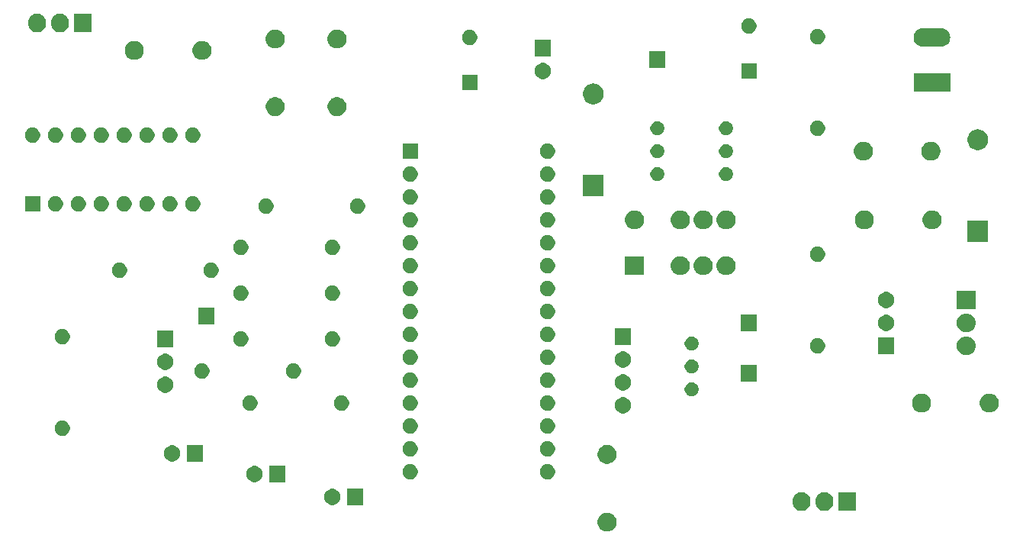
<source format=gbr>
G04 #@! TF.GenerationSoftware,KiCad,Pcbnew,(5.1.5)-3*
G04 #@! TF.CreationDate,2020-03-25T21:09:59+01:00*
G04 #@! TF.ProjectId,FunctiongeneratorMK3PowerControl,46756e63-7469-46f6-9e67-656e65726174,rev?*
G04 #@! TF.SameCoordinates,Original*
G04 #@! TF.FileFunction,Soldermask,Bot*
G04 #@! TF.FilePolarity,Negative*
%FSLAX46Y46*%
G04 Gerber Fmt 4.6, Leading zero omitted, Abs format (unit mm)*
G04 Created by KiCad (PCBNEW (5.1.5)-3) date 2020-03-25 21:09:59*
%MOMM*%
%LPD*%
G04 APERTURE LIST*
%ADD10C,0.100000*%
G04 APERTURE END LIST*
D10*
G36*
X97588564Y-122687389D02*
G01*
X97779833Y-122766615D01*
X97779835Y-122766616D01*
X97951973Y-122881635D01*
X98098365Y-123028027D01*
X98213385Y-123200167D01*
X98292611Y-123391436D01*
X98333000Y-123594484D01*
X98333000Y-123801516D01*
X98292611Y-124004564D01*
X98213385Y-124195833D01*
X98213384Y-124195835D01*
X98098365Y-124367973D01*
X97951973Y-124514365D01*
X97779835Y-124629384D01*
X97779834Y-124629385D01*
X97779833Y-124629385D01*
X97588564Y-124708611D01*
X97385516Y-124749000D01*
X97178484Y-124749000D01*
X96975436Y-124708611D01*
X96784167Y-124629385D01*
X96784166Y-124629385D01*
X96784165Y-124629384D01*
X96612027Y-124514365D01*
X96465635Y-124367973D01*
X96350616Y-124195835D01*
X96350615Y-124195833D01*
X96271389Y-124004564D01*
X96231000Y-123801516D01*
X96231000Y-123594484D01*
X96271389Y-123391436D01*
X96350615Y-123200167D01*
X96465635Y-123028027D01*
X96612027Y-122881635D01*
X96784165Y-122766616D01*
X96784167Y-122766615D01*
X96975436Y-122687389D01*
X97178484Y-122647000D01*
X97385516Y-122647000D01*
X97588564Y-122687389D01*
G37*
G36*
X119068720Y-120375520D02*
G01*
X119257881Y-120432901D01*
X119432212Y-120526083D01*
X119585015Y-120651485D01*
X119710417Y-120804288D01*
X119716281Y-120815259D01*
X119803598Y-120978617D01*
X119803599Y-120978620D01*
X119860980Y-121167781D01*
X119875500Y-121315207D01*
X119875500Y-121508794D01*
X119860980Y-121656220D01*
X119803599Y-121845381D01*
X119710417Y-122019712D01*
X119585015Y-122172515D01*
X119432212Y-122297917D01*
X119350333Y-122341682D01*
X119257883Y-122391098D01*
X119257880Y-122391099D01*
X119068719Y-122448480D01*
X118872000Y-122467855D01*
X118675280Y-122448480D01*
X118486119Y-122391099D01*
X118311788Y-122297917D01*
X118158985Y-122172515D01*
X118033583Y-122019712D01*
X117989818Y-121937833D01*
X117940402Y-121845383D01*
X117897046Y-121702456D01*
X117883020Y-121656219D01*
X117868500Y-121508793D01*
X117868500Y-121315206D01*
X117883020Y-121167780D01*
X117940401Y-120978619D01*
X118033583Y-120804288D01*
X118158985Y-120651485D01*
X118311788Y-120526083D01*
X118486120Y-120432901D01*
X118675281Y-120375520D01*
X118872000Y-120356145D01*
X119068720Y-120375520D01*
G37*
G36*
X121608720Y-120375520D02*
G01*
X121797881Y-120432901D01*
X121972212Y-120526083D01*
X122125015Y-120651485D01*
X122250417Y-120804288D01*
X122256281Y-120815259D01*
X122343598Y-120978617D01*
X122343599Y-120978620D01*
X122400980Y-121167781D01*
X122415500Y-121315207D01*
X122415500Y-121508794D01*
X122400980Y-121656220D01*
X122343599Y-121845381D01*
X122250417Y-122019712D01*
X122125015Y-122172515D01*
X121972212Y-122297917D01*
X121890333Y-122341682D01*
X121797883Y-122391098D01*
X121797880Y-122391099D01*
X121608719Y-122448480D01*
X121412000Y-122467855D01*
X121215280Y-122448480D01*
X121026119Y-122391099D01*
X120851788Y-122297917D01*
X120698985Y-122172515D01*
X120573583Y-122019712D01*
X120529818Y-121937833D01*
X120480402Y-121845383D01*
X120437046Y-121702456D01*
X120423020Y-121656219D01*
X120408500Y-121508793D01*
X120408500Y-121315206D01*
X120423020Y-121167780D01*
X120480401Y-120978619D01*
X120573583Y-120804288D01*
X120698985Y-120651485D01*
X120851788Y-120526083D01*
X121026120Y-120432901D01*
X121215281Y-120375520D01*
X121412000Y-120356145D01*
X121608720Y-120375520D01*
G37*
G36*
X124955500Y-122463000D02*
G01*
X122948500Y-122463000D01*
X122948500Y-120361000D01*
X124955500Y-120361000D01*
X124955500Y-122463000D01*
G37*
G36*
X70243000Y-121805000D02*
G01*
X68441000Y-121805000D01*
X68441000Y-120003000D01*
X70243000Y-120003000D01*
X70243000Y-121805000D01*
G37*
G36*
X66915512Y-120007927D02*
G01*
X67064812Y-120037624D01*
X67228784Y-120105544D01*
X67376354Y-120204147D01*
X67501853Y-120329646D01*
X67600456Y-120477216D01*
X67668376Y-120641188D01*
X67703000Y-120815259D01*
X67703000Y-120992741D01*
X67668376Y-121166812D01*
X67600456Y-121330784D01*
X67501853Y-121478354D01*
X67376354Y-121603853D01*
X67228784Y-121702456D01*
X67064812Y-121770376D01*
X66915512Y-121800073D01*
X66890742Y-121805000D01*
X66713258Y-121805000D01*
X66688488Y-121800073D01*
X66539188Y-121770376D01*
X66375216Y-121702456D01*
X66227646Y-121603853D01*
X66102147Y-121478354D01*
X66003544Y-121330784D01*
X65935624Y-121166812D01*
X65901000Y-120992741D01*
X65901000Y-120815259D01*
X65935624Y-120641188D01*
X66003544Y-120477216D01*
X66102147Y-120329646D01*
X66227646Y-120204147D01*
X66375216Y-120105544D01*
X66539188Y-120037624D01*
X66688488Y-120007927D01*
X66713258Y-120003000D01*
X66890742Y-120003000D01*
X66915512Y-120007927D01*
G37*
G36*
X61607000Y-119265000D02*
G01*
X59805000Y-119265000D01*
X59805000Y-117463000D01*
X61607000Y-117463000D01*
X61607000Y-119265000D01*
G37*
G36*
X58279512Y-117467927D02*
G01*
X58428812Y-117497624D01*
X58592784Y-117565544D01*
X58740354Y-117664147D01*
X58865853Y-117789646D01*
X58964456Y-117937216D01*
X59032376Y-118101188D01*
X59067000Y-118275259D01*
X59067000Y-118452741D01*
X59032376Y-118626812D01*
X58964456Y-118790784D01*
X58865853Y-118938354D01*
X58740354Y-119063853D01*
X58592784Y-119162456D01*
X58428812Y-119230376D01*
X58279512Y-119260073D01*
X58254742Y-119265000D01*
X58077258Y-119265000D01*
X58052488Y-119260073D01*
X57903188Y-119230376D01*
X57739216Y-119162456D01*
X57591646Y-119063853D01*
X57466147Y-118938354D01*
X57367544Y-118790784D01*
X57299624Y-118626812D01*
X57265000Y-118452741D01*
X57265000Y-118275259D01*
X57299624Y-118101188D01*
X57367544Y-117937216D01*
X57466147Y-117789646D01*
X57591646Y-117664147D01*
X57739216Y-117565544D01*
X57903188Y-117497624D01*
X58052488Y-117467927D01*
X58077258Y-117463000D01*
X58254742Y-117463000D01*
X58279512Y-117467927D01*
G37*
G36*
X75686228Y-117291703D02*
G01*
X75841100Y-117355853D01*
X75980481Y-117448985D01*
X76099015Y-117567519D01*
X76192147Y-117706900D01*
X76256297Y-117861772D01*
X76289000Y-118026184D01*
X76289000Y-118193816D01*
X76256297Y-118358228D01*
X76192147Y-118513100D01*
X76099015Y-118652481D01*
X75980481Y-118771015D01*
X75841100Y-118864147D01*
X75686228Y-118928297D01*
X75521816Y-118961000D01*
X75354184Y-118961000D01*
X75189772Y-118928297D01*
X75034900Y-118864147D01*
X74895519Y-118771015D01*
X74776985Y-118652481D01*
X74683853Y-118513100D01*
X74619703Y-118358228D01*
X74587000Y-118193816D01*
X74587000Y-118026184D01*
X74619703Y-117861772D01*
X74683853Y-117706900D01*
X74776985Y-117567519D01*
X74895519Y-117448985D01*
X75034900Y-117355853D01*
X75189772Y-117291703D01*
X75354184Y-117259000D01*
X75521816Y-117259000D01*
X75686228Y-117291703D01*
G37*
G36*
X90926228Y-117291703D02*
G01*
X91081100Y-117355853D01*
X91220481Y-117448985D01*
X91339015Y-117567519D01*
X91432147Y-117706900D01*
X91496297Y-117861772D01*
X91529000Y-118026184D01*
X91529000Y-118193816D01*
X91496297Y-118358228D01*
X91432147Y-118513100D01*
X91339015Y-118652481D01*
X91220481Y-118771015D01*
X91081100Y-118864147D01*
X90926228Y-118928297D01*
X90761816Y-118961000D01*
X90594184Y-118961000D01*
X90429772Y-118928297D01*
X90274900Y-118864147D01*
X90135519Y-118771015D01*
X90016985Y-118652481D01*
X89923853Y-118513100D01*
X89859703Y-118358228D01*
X89827000Y-118193816D01*
X89827000Y-118026184D01*
X89859703Y-117861772D01*
X89923853Y-117706900D01*
X90016985Y-117567519D01*
X90135519Y-117448985D01*
X90274900Y-117355853D01*
X90429772Y-117291703D01*
X90594184Y-117259000D01*
X90761816Y-117259000D01*
X90926228Y-117291703D01*
G37*
G36*
X97588564Y-115187389D02*
G01*
X97779833Y-115266615D01*
X97779835Y-115266616D01*
X97951973Y-115381635D01*
X98098365Y-115528027D01*
X98182415Y-115653816D01*
X98213385Y-115700167D01*
X98292611Y-115891436D01*
X98333000Y-116094484D01*
X98333000Y-116301516D01*
X98292611Y-116504564D01*
X98213385Y-116695833D01*
X98213384Y-116695835D01*
X98098365Y-116867973D01*
X97951973Y-117014365D01*
X97779835Y-117129384D01*
X97779834Y-117129385D01*
X97779833Y-117129385D01*
X97588564Y-117208611D01*
X97385516Y-117249000D01*
X97178484Y-117249000D01*
X96975436Y-117208611D01*
X96784167Y-117129385D01*
X96784166Y-117129385D01*
X96784165Y-117129384D01*
X96612027Y-117014365D01*
X96465635Y-116867973D01*
X96350616Y-116695835D01*
X96350615Y-116695833D01*
X96271389Y-116504564D01*
X96231000Y-116301516D01*
X96231000Y-116094484D01*
X96271389Y-115891436D01*
X96350615Y-115700167D01*
X96381586Y-115653816D01*
X96465635Y-115528027D01*
X96612027Y-115381635D01*
X96784165Y-115266616D01*
X96784167Y-115266615D01*
X96975436Y-115187389D01*
X97178484Y-115147000D01*
X97385516Y-115147000D01*
X97588564Y-115187389D01*
G37*
G36*
X49135512Y-115181927D02*
G01*
X49284812Y-115211624D01*
X49448784Y-115279544D01*
X49596354Y-115378147D01*
X49721853Y-115503646D01*
X49820456Y-115651216D01*
X49888376Y-115815188D01*
X49923000Y-115989259D01*
X49923000Y-116166741D01*
X49888376Y-116340812D01*
X49820456Y-116504784D01*
X49721853Y-116652354D01*
X49596354Y-116777853D01*
X49448784Y-116876456D01*
X49284812Y-116944376D01*
X49135512Y-116974073D01*
X49110742Y-116979000D01*
X48933258Y-116979000D01*
X48908488Y-116974073D01*
X48759188Y-116944376D01*
X48595216Y-116876456D01*
X48447646Y-116777853D01*
X48322147Y-116652354D01*
X48223544Y-116504784D01*
X48155624Y-116340812D01*
X48121000Y-116166741D01*
X48121000Y-115989259D01*
X48155624Y-115815188D01*
X48223544Y-115651216D01*
X48322147Y-115503646D01*
X48447646Y-115378147D01*
X48595216Y-115279544D01*
X48759188Y-115211624D01*
X48908488Y-115181927D01*
X48933258Y-115177000D01*
X49110742Y-115177000D01*
X49135512Y-115181927D01*
G37*
G36*
X52463000Y-116979000D02*
G01*
X50661000Y-116979000D01*
X50661000Y-115177000D01*
X52463000Y-115177000D01*
X52463000Y-116979000D01*
G37*
G36*
X90926228Y-114751703D02*
G01*
X91081100Y-114815853D01*
X91220481Y-114908985D01*
X91339015Y-115027519D01*
X91432147Y-115166900D01*
X91496297Y-115321772D01*
X91529000Y-115486184D01*
X91529000Y-115653816D01*
X91496297Y-115818228D01*
X91432147Y-115973100D01*
X91339015Y-116112481D01*
X91220481Y-116231015D01*
X91081100Y-116324147D01*
X90926228Y-116388297D01*
X90761816Y-116421000D01*
X90594184Y-116421000D01*
X90429772Y-116388297D01*
X90274900Y-116324147D01*
X90135519Y-116231015D01*
X90016985Y-116112481D01*
X89923853Y-115973100D01*
X89859703Y-115818228D01*
X89827000Y-115653816D01*
X89827000Y-115486184D01*
X89859703Y-115321772D01*
X89923853Y-115166900D01*
X90016985Y-115027519D01*
X90135519Y-114908985D01*
X90274900Y-114815853D01*
X90429772Y-114751703D01*
X90594184Y-114719000D01*
X90761816Y-114719000D01*
X90926228Y-114751703D01*
G37*
G36*
X75686228Y-114751703D02*
G01*
X75841100Y-114815853D01*
X75980481Y-114908985D01*
X76099015Y-115027519D01*
X76192147Y-115166900D01*
X76256297Y-115321772D01*
X76289000Y-115486184D01*
X76289000Y-115653816D01*
X76256297Y-115818228D01*
X76192147Y-115973100D01*
X76099015Y-116112481D01*
X75980481Y-116231015D01*
X75841100Y-116324147D01*
X75686228Y-116388297D01*
X75521816Y-116421000D01*
X75354184Y-116421000D01*
X75189772Y-116388297D01*
X75034900Y-116324147D01*
X74895519Y-116231015D01*
X74776985Y-116112481D01*
X74683853Y-115973100D01*
X74619703Y-115818228D01*
X74587000Y-115653816D01*
X74587000Y-115486184D01*
X74619703Y-115321772D01*
X74683853Y-115166900D01*
X74776985Y-115027519D01*
X74895519Y-114908985D01*
X75034900Y-114815853D01*
X75189772Y-114751703D01*
X75354184Y-114719000D01*
X75521816Y-114719000D01*
X75686228Y-114751703D01*
G37*
G36*
X37078228Y-112465703D02*
G01*
X37233100Y-112529853D01*
X37372481Y-112622985D01*
X37491015Y-112741519D01*
X37584147Y-112880900D01*
X37648297Y-113035772D01*
X37681000Y-113200184D01*
X37681000Y-113367816D01*
X37648297Y-113532228D01*
X37584147Y-113687100D01*
X37491015Y-113826481D01*
X37372481Y-113945015D01*
X37233100Y-114038147D01*
X37078228Y-114102297D01*
X36913816Y-114135000D01*
X36746184Y-114135000D01*
X36581772Y-114102297D01*
X36426900Y-114038147D01*
X36287519Y-113945015D01*
X36168985Y-113826481D01*
X36075853Y-113687100D01*
X36011703Y-113532228D01*
X35979000Y-113367816D01*
X35979000Y-113200184D01*
X36011703Y-113035772D01*
X36075853Y-112880900D01*
X36168985Y-112741519D01*
X36287519Y-112622985D01*
X36426900Y-112529853D01*
X36581772Y-112465703D01*
X36746184Y-112433000D01*
X36913816Y-112433000D01*
X37078228Y-112465703D01*
G37*
G36*
X75686228Y-112211703D02*
G01*
X75841100Y-112275853D01*
X75980481Y-112368985D01*
X76099015Y-112487519D01*
X76192147Y-112626900D01*
X76256297Y-112781772D01*
X76289000Y-112946184D01*
X76289000Y-113113816D01*
X76256297Y-113278228D01*
X76192147Y-113433100D01*
X76099015Y-113572481D01*
X75980481Y-113691015D01*
X75841100Y-113784147D01*
X75686228Y-113848297D01*
X75521816Y-113881000D01*
X75354184Y-113881000D01*
X75189772Y-113848297D01*
X75034900Y-113784147D01*
X74895519Y-113691015D01*
X74776985Y-113572481D01*
X74683853Y-113433100D01*
X74619703Y-113278228D01*
X74587000Y-113113816D01*
X74587000Y-112946184D01*
X74619703Y-112781772D01*
X74683853Y-112626900D01*
X74776985Y-112487519D01*
X74895519Y-112368985D01*
X75034900Y-112275853D01*
X75189772Y-112211703D01*
X75354184Y-112179000D01*
X75521816Y-112179000D01*
X75686228Y-112211703D01*
G37*
G36*
X90926228Y-112211703D02*
G01*
X91081100Y-112275853D01*
X91220481Y-112368985D01*
X91339015Y-112487519D01*
X91432147Y-112626900D01*
X91496297Y-112781772D01*
X91529000Y-112946184D01*
X91529000Y-113113816D01*
X91496297Y-113278228D01*
X91432147Y-113433100D01*
X91339015Y-113572481D01*
X91220481Y-113691015D01*
X91081100Y-113784147D01*
X90926228Y-113848297D01*
X90761816Y-113881000D01*
X90594184Y-113881000D01*
X90429772Y-113848297D01*
X90274900Y-113784147D01*
X90135519Y-113691015D01*
X90016985Y-113572481D01*
X89923853Y-113433100D01*
X89859703Y-113278228D01*
X89827000Y-113113816D01*
X89827000Y-112946184D01*
X89859703Y-112781772D01*
X89923853Y-112626900D01*
X90016985Y-112487519D01*
X90135519Y-112368985D01*
X90274900Y-112275853D01*
X90429772Y-112211703D01*
X90594184Y-112179000D01*
X90761816Y-112179000D01*
X90926228Y-112211703D01*
G37*
G36*
X99173512Y-109847927D02*
G01*
X99322812Y-109877624D01*
X99486784Y-109945544D01*
X99634354Y-110044147D01*
X99759853Y-110169646D01*
X99858456Y-110317216D01*
X99926376Y-110481188D01*
X99961000Y-110655259D01*
X99961000Y-110832741D01*
X99926376Y-111006812D01*
X99858456Y-111170784D01*
X99759853Y-111318354D01*
X99634354Y-111443853D01*
X99486784Y-111542456D01*
X99322812Y-111610376D01*
X99173512Y-111640073D01*
X99148742Y-111645000D01*
X98971258Y-111645000D01*
X98946488Y-111640073D01*
X98797188Y-111610376D01*
X98633216Y-111542456D01*
X98485646Y-111443853D01*
X98360147Y-111318354D01*
X98261544Y-111170784D01*
X98193624Y-111006812D01*
X98159000Y-110832741D01*
X98159000Y-110655259D01*
X98193624Y-110481188D01*
X98261544Y-110317216D01*
X98360147Y-110169646D01*
X98485646Y-110044147D01*
X98633216Y-109945544D01*
X98797188Y-109877624D01*
X98946488Y-109847927D01*
X98971258Y-109843000D01*
X99148742Y-109843000D01*
X99173512Y-109847927D01*
G37*
G36*
X140006564Y-109479389D02*
G01*
X140197833Y-109558615D01*
X140197835Y-109558616D01*
X140207202Y-109564875D01*
X140369973Y-109673635D01*
X140516365Y-109820027D01*
X140631385Y-109992167D01*
X140710611Y-110183436D01*
X140751000Y-110386484D01*
X140751000Y-110593516D01*
X140710611Y-110796564D01*
X140631385Y-110987833D01*
X140631384Y-110987835D01*
X140516365Y-111159973D01*
X140369973Y-111306365D01*
X140197835Y-111421384D01*
X140197834Y-111421385D01*
X140197833Y-111421385D01*
X140006564Y-111500611D01*
X139803516Y-111541000D01*
X139596484Y-111541000D01*
X139393436Y-111500611D01*
X139202167Y-111421385D01*
X139202166Y-111421385D01*
X139202165Y-111421384D01*
X139030027Y-111306365D01*
X138883635Y-111159973D01*
X138768616Y-110987835D01*
X138768615Y-110987833D01*
X138689389Y-110796564D01*
X138649000Y-110593516D01*
X138649000Y-110386484D01*
X138689389Y-110183436D01*
X138768615Y-109992167D01*
X138883635Y-109820027D01*
X139030027Y-109673635D01*
X139192798Y-109564875D01*
X139202165Y-109558616D01*
X139202167Y-109558615D01*
X139393436Y-109479389D01*
X139596484Y-109439000D01*
X139803516Y-109439000D01*
X140006564Y-109479389D01*
G37*
G36*
X132506564Y-109479389D02*
G01*
X132697833Y-109558615D01*
X132697835Y-109558616D01*
X132707202Y-109564875D01*
X132869973Y-109673635D01*
X133016365Y-109820027D01*
X133131385Y-109992167D01*
X133210611Y-110183436D01*
X133251000Y-110386484D01*
X133251000Y-110593516D01*
X133210611Y-110796564D01*
X133131385Y-110987833D01*
X133131384Y-110987835D01*
X133016365Y-111159973D01*
X132869973Y-111306365D01*
X132697835Y-111421384D01*
X132697834Y-111421385D01*
X132697833Y-111421385D01*
X132506564Y-111500611D01*
X132303516Y-111541000D01*
X132096484Y-111541000D01*
X131893436Y-111500611D01*
X131702167Y-111421385D01*
X131702166Y-111421385D01*
X131702165Y-111421384D01*
X131530027Y-111306365D01*
X131383635Y-111159973D01*
X131268616Y-110987835D01*
X131268615Y-110987833D01*
X131189389Y-110796564D01*
X131149000Y-110593516D01*
X131149000Y-110386484D01*
X131189389Y-110183436D01*
X131268615Y-109992167D01*
X131383635Y-109820027D01*
X131530027Y-109673635D01*
X131692798Y-109564875D01*
X131702165Y-109558616D01*
X131702167Y-109558615D01*
X131893436Y-109479389D01*
X132096484Y-109439000D01*
X132303516Y-109439000D01*
X132506564Y-109479389D01*
G37*
G36*
X68066228Y-109671703D02*
G01*
X68221100Y-109735853D01*
X68360481Y-109828985D01*
X68479015Y-109947519D01*
X68572147Y-110086900D01*
X68636297Y-110241772D01*
X68669000Y-110406184D01*
X68669000Y-110573816D01*
X68636297Y-110738228D01*
X68572147Y-110893100D01*
X68479015Y-111032481D01*
X68360481Y-111151015D01*
X68221100Y-111244147D01*
X68066228Y-111308297D01*
X67901816Y-111341000D01*
X67734184Y-111341000D01*
X67569772Y-111308297D01*
X67414900Y-111244147D01*
X67275519Y-111151015D01*
X67156985Y-111032481D01*
X67063853Y-110893100D01*
X66999703Y-110738228D01*
X66967000Y-110573816D01*
X66967000Y-110406184D01*
X66999703Y-110241772D01*
X67063853Y-110086900D01*
X67156985Y-109947519D01*
X67275519Y-109828985D01*
X67414900Y-109735853D01*
X67569772Y-109671703D01*
X67734184Y-109639000D01*
X67901816Y-109639000D01*
X68066228Y-109671703D01*
G37*
G36*
X57906228Y-109671703D02*
G01*
X58061100Y-109735853D01*
X58200481Y-109828985D01*
X58319015Y-109947519D01*
X58412147Y-110086900D01*
X58476297Y-110241772D01*
X58509000Y-110406184D01*
X58509000Y-110573816D01*
X58476297Y-110738228D01*
X58412147Y-110893100D01*
X58319015Y-111032481D01*
X58200481Y-111151015D01*
X58061100Y-111244147D01*
X57906228Y-111308297D01*
X57741816Y-111341000D01*
X57574184Y-111341000D01*
X57409772Y-111308297D01*
X57254900Y-111244147D01*
X57115519Y-111151015D01*
X56996985Y-111032481D01*
X56903853Y-110893100D01*
X56839703Y-110738228D01*
X56807000Y-110573816D01*
X56807000Y-110406184D01*
X56839703Y-110241772D01*
X56903853Y-110086900D01*
X56996985Y-109947519D01*
X57115519Y-109828985D01*
X57254900Y-109735853D01*
X57409772Y-109671703D01*
X57574184Y-109639000D01*
X57741816Y-109639000D01*
X57906228Y-109671703D01*
G37*
G36*
X90926228Y-109671703D02*
G01*
X91081100Y-109735853D01*
X91220481Y-109828985D01*
X91339015Y-109947519D01*
X91432147Y-110086900D01*
X91496297Y-110241772D01*
X91529000Y-110406184D01*
X91529000Y-110573816D01*
X91496297Y-110738228D01*
X91432147Y-110893100D01*
X91339015Y-111032481D01*
X91220481Y-111151015D01*
X91081100Y-111244147D01*
X90926228Y-111308297D01*
X90761816Y-111341000D01*
X90594184Y-111341000D01*
X90429772Y-111308297D01*
X90274900Y-111244147D01*
X90135519Y-111151015D01*
X90016985Y-111032481D01*
X89923853Y-110893100D01*
X89859703Y-110738228D01*
X89827000Y-110573816D01*
X89827000Y-110406184D01*
X89859703Y-110241772D01*
X89923853Y-110086900D01*
X90016985Y-109947519D01*
X90135519Y-109828985D01*
X90274900Y-109735853D01*
X90429772Y-109671703D01*
X90594184Y-109639000D01*
X90761816Y-109639000D01*
X90926228Y-109671703D01*
G37*
G36*
X75686228Y-109671703D02*
G01*
X75841100Y-109735853D01*
X75980481Y-109828985D01*
X76099015Y-109947519D01*
X76192147Y-110086900D01*
X76256297Y-110241772D01*
X76289000Y-110406184D01*
X76289000Y-110573816D01*
X76256297Y-110738228D01*
X76192147Y-110893100D01*
X76099015Y-111032481D01*
X75980481Y-111151015D01*
X75841100Y-111244147D01*
X75686228Y-111308297D01*
X75521816Y-111341000D01*
X75354184Y-111341000D01*
X75189772Y-111308297D01*
X75034900Y-111244147D01*
X74895519Y-111151015D01*
X74776985Y-111032481D01*
X74683853Y-110893100D01*
X74619703Y-110738228D01*
X74587000Y-110573816D01*
X74587000Y-110406184D01*
X74619703Y-110241772D01*
X74683853Y-110086900D01*
X74776985Y-109947519D01*
X74895519Y-109828985D01*
X75034900Y-109735853D01*
X75189772Y-109671703D01*
X75354184Y-109639000D01*
X75521816Y-109639000D01*
X75686228Y-109671703D01*
G37*
G36*
X106805589Y-108204876D02*
G01*
X106904893Y-108224629D01*
X107045206Y-108282748D01*
X107171484Y-108367125D01*
X107278875Y-108474516D01*
X107363252Y-108600794D01*
X107421371Y-108741107D01*
X107451000Y-108890063D01*
X107451000Y-109041937D01*
X107421371Y-109190893D01*
X107363252Y-109331206D01*
X107278875Y-109457484D01*
X107171484Y-109564875D01*
X107045206Y-109649252D01*
X106904893Y-109707371D01*
X106805589Y-109727124D01*
X106755938Y-109737000D01*
X106604062Y-109737000D01*
X106554411Y-109727124D01*
X106455107Y-109707371D01*
X106314794Y-109649252D01*
X106188516Y-109564875D01*
X106081125Y-109457484D01*
X105996748Y-109331206D01*
X105938629Y-109190893D01*
X105909000Y-109041937D01*
X105909000Y-108890063D01*
X105938629Y-108741107D01*
X105996748Y-108600794D01*
X106081125Y-108474516D01*
X106188516Y-108367125D01*
X106314794Y-108282748D01*
X106455107Y-108224629D01*
X106554411Y-108204876D01*
X106604062Y-108195000D01*
X106755938Y-108195000D01*
X106805589Y-108204876D01*
G37*
G36*
X48373512Y-107561927D02*
G01*
X48522812Y-107591624D01*
X48686784Y-107659544D01*
X48834354Y-107758147D01*
X48959853Y-107883646D01*
X49058456Y-108031216D01*
X49126376Y-108195188D01*
X49161000Y-108369259D01*
X49161000Y-108546741D01*
X49126376Y-108720812D01*
X49058456Y-108884784D01*
X48959853Y-109032354D01*
X48834354Y-109157853D01*
X48686784Y-109256456D01*
X48522812Y-109324376D01*
X48373512Y-109354073D01*
X48348742Y-109359000D01*
X48171258Y-109359000D01*
X48146488Y-109354073D01*
X47997188Y-109324376D01*
X47833216Y-109256456D01*
X47685646Y-109157853D01*
X47560147Y-109032354D01*
X47461544Y-108884784D01*
X47393624Y-108720812D01*
X47359000Y-108546741D01*
X47359000Y-108369259D01*
X47393624Y-108195188D01*
X47461544Y-108031216D01*
X47560147Y-107883646D01*
X47685646Y-107758147D01*
X47833216Y-107659544D01*
X47997188Y-107591624D01*
X48146488Y-107561927D01*
X48171258Y-107557000D01*
X48348742Y-107557000D01*
X48373512Y-107561927D01*
G37*
G36*
X99173512Y-107307927D02*
G01*
X99322812Y-107337624D01*
X99486784Y-107405544D01*
X99634354Y-107504147D01*
X99759853Y-107629646D01*
X99858456Y-107777216D01*
X99926376Y-107941188D01*
X99961000Y-108115259D01*
X99961000Y-108292741D01*
X99926376Y-108466812D01*
X99858456Y-108630784D01*
X99759853Y-108778354D01*
X99634354Y-108903853D01*
X99486784Y-109002456D01*
X99322812Y-109070376D01*
X99173512Y-109100073D01*
X99148742Y-109105000D01*
X98971258Y-109105000D01*
X98946488Y-109100073D01*
X98797188Y-109070376D01*
X98633216Y-109002456D01*
X98485646Y-108903853D01*
X98360147Y-108778354D01*
X98261544Y-108630784D01*
X98193624Y-108466812D01*
X98159000Y-108292741D01*
X98159000Y-108115259D01*
X98193624Y-107941188D01*
X98261544Y-107777216D01*
X98360147Y-107629646D01*
X98485646Y-107504147D01*
X98633216Y-107405544D01*
X98797188Y-107337624D01*
X98946488Y-107307927D01*
X98971258Y-107303000D01*
X99148742Y-107303000D01*
X99173512Y-107307927D01*
G37*
G36*
X90926228Y-107131703D02*
G01*
X91081100Y-107195853D01*
X91220481Y-107288985D01*
X91339015Y-107407519D01*
X91432147Y-107546900D01*
X91496297Y-107701772D01*
X91529000Y-107866184D01*
X91529000Y-108033816D01*
X91496297Y-108198228D01*
X91432147Y-108353100D01*
X91339015Y-108492481D01*
X91220481Y-108611015D01*
X91081100Y-108704147D01*
X90926228Y-108768297D01*
X90761816Y-108801000D01*
X90594184Y-108801000D01*
X90429772Y-108768297D01*
X90274900Y-108704147D01*
X90135519Y-108611015D01*
X90016985Y-108492481D01*
X89923853Y-108353100D01*
X89859703Y-108198228D01*
X89827000Y-108033816D01*
X89827000Y-107866184D01*
X89859703Y-107701772D01*
X89923853Y-107546900D01*
X90016985Y-107407519D01*
X90135519Y-107288985D01*
X90274900Y-107195853D01*
X90429772Y-107131703D01*
X90594184Y-107099000D01*
X90761816Y-107099000D01*
X90926228Y-107131703D01*
G37*
G36*
X75686228Y-107131703D02*
G01*
X75841100Y-107195853D01*
X75980481Y-107288985D01*
X76099015Y-107407519D01*
X76192147Y-107546900D01*
X76256297Y-107701772D01*
X76289000Y-107866184D01*
X76289000Y-108033816D01*
X76256297Y-108198228D01*
X76192147Y-108353100D01*
X76099015Y-108492481D01*
X75980481Y-108611015D01*
X75841100Y-108704147D01*
X75686228Y-108768297D01*
X75521816Y-108801000D01*
X75354184Y-108801000D01*
X75189772Y-108768297D01*
X75034900Y-108704147D01*
X74895519Y-108611015D01*
X74776985Y-108492481D01*
X74683853Y-108353100D01*
X74619703Y-108198228D01*
X74587000Y-108033816D01*
X74587000Y-107866184D01*
X74619703Y-107701772D01*
X74683853Y-107546900D01*
X74776985Y-107407519D01*
X74895519Y-107288985D01*
X75034900Y-107195853D01*
X75189772Y-107131703D01*
X75354184Y-107099000D01*
X75521816Y-107099000D01*
X75686228Y-107131703D01*
G37*
G36*
X113931000Y-108089000D02*
G01*
X112129000Y-108089000D01*
X112129000Y-106287000D01*
X113931000Y-106287000D01*
X113931000Y-108089000D01*
G37*
G36*
X52572228Y-106115703D02*
G01*
X52727100Y-106179853D01*
X52866481Y-106272985D01*
X52985015Y-106391519D01*
X53078147Y-106530900D01*
X53142297Y-106685772D01*
X53175000Y-106850184D01*
X53175000Y-107017816D01*
X53142297Y-107182228D01*
X53078147Y-107337100D01*
X52985015Y-107476481D01*
X52866481Y-107595015D01*
X52727100Y-107688147D01*
X52572228Y-107752297D01*
X52407816Y-107785000D01*
X52240184Y-107785000D01*
X52075772Y-107752297D01*
X51920900Y-107688147D01*
X51781519Y-107595015D01*
X51662985Y-107476481D01*
X51569853Y-107337100D01*
X51505703Y-107182228D01*
X51473000Y-107017816D01*
X51473000Y-106850184D01*
X51505703Y-106685772D01*
X51569853Y-106530900D01*
X51662985Y-106391519D01*
X51781519Y-106272985D01*
X51920900Y-106179853D01*
X52075772Y-106115703D01*
X52240184Y-106083000D01*
X52407816Y-106083000D01*
X52572228Y-106115703D01*
G37*
G36*
X62732228Y-106115703D02*
G01*
X62887100Y-106179853D01*
X63026481Y-106272985D01*
X63145015Y-106391519D01*
X63238147Y-106530900D01*
X63302297Y-106685772D01*
X63335000Y-106850184D01*
X63335000Y-107017816D01*
X63302297Y-107182228D01*
X63238147Y-107337100D01*
X63145015Y-107476481D01*
X63026481Y-107595015D01*
X62887100Y-107688147D01*
X62732228Y-107752297D01*
X62567816Y-107785000D01*
X62400184Y-107785000D01*
X62235772Y-107752297D01*
X62080900Y-107688147D01*
X61941519Y-107595015D01*
X61822985Y-107476481D01*
X61729853Y-107337100D01*
X61665703Y-107182228D01*
X61633000Y-107017816D01*
X61633000Y-106850184D01*
X61665703Y-106685772D01*
X61729853Y-106530900D01*
X61822985Y-106391519D01*
X61941519Y-106272985D01*
X62080900Y-106179853D01*
X62235772Y-106115703D01*
X62400184Y-106083000D01*
X62567816Y-106083000D01*
X62732228Y-106115703D01*
G37*
G36*
X106805589Y-105664876D02*
G01*
X106904893Y-105684629D01*
X107045206Y-105742748D01*
X107171484Y-105827125D01*
X107278875Y-105934516D01*
X107363252Y-106060794D01*
X107421371Y-106201107D01*
X107451000Y-106350063D01*
X107451000Y-106501937D01*
X107421371Y-106650893D01*
X107363252Y-106791206D01*
X107278875Y-106917484D01*
X107171484Y-107024875D01*
X107045206Y-107109252D01*
X106904893Y-107167371D01*
X106830201Y-107182228D01*
X106755938Y-107197000D01*
X106604062Y-107197000D01*
X106529799Y-107182228D01*
X106455107Y-107167371D01*
X106314794Y-107109252D01*
X106188516Y-107024875D01*
X106081125Y-106917484D01*
X105996748Y-106791206D01*
X105938629Y-106650893D01*
X105909000Y-106501937D01*
X105909000Y-106350063D01*
X105938629Y-106201107D01*
X105996748Y-106060794D01*
X106081125Y-105934516D01*
X106188516Y-105827125D01*
X106314794Y-105742748D01*
X106455107Y-105684629D01*
X106554411Y-105664876D01*
X106604062Y-105655000D01*
X106755938Y-105655000D01*
X106805589Y-105664876D01*
G37*
G36*
X48373512Y-105021927D02*
G01*
X48522812Y-105051624D01*
X48686784Y-105119544D01*
X48834354Y-105218147D01*
X48959853Y-105343646D01*
X49058456Y-105491216D01*
X49126376Y-105655188D01*
X49161000Y-105829259D01*
X49161000Y-106006741D01*
X49126376Y-106180812D01*
X49058456Y-106344784D01*
X48959853Y-106492354D01*
X48834354Y-106617853D01*
X48686784Y-106716456D01*
X48522812Y-106784376D01*
X48373512Y-106814073D01*
X48348742Y-106819000D01*
X48171258Y-106819000D01*
X48146488Y-106814073D01*
X47997188Y-106784376D01*
X47833216Y-106716456D01*
X47685646Y-106617853D01*
X47560147Y-106492354D01*
X47461544Y-106344784D01*
X47393624Y-106180812D01*
X47359000Y-106006741D01*
X47359000Y-105829259D01*
X47393624Y-105655188D01*
X47461544Y-105491216D01*
X47560147Y-105343646D01*
X47685646Y-105218147D01*
X47833216Y-105119544D01*
X47997188Y-105051624D01*
X48146488Y-105021927D01*
X48171258Y-105017000D01*
X48348742Y-105017000D01*
X48373512Y-105021927D01*
G37*
G36*
X99173512Y-104767927D02*
G01*
X99322812Y-104797624D01*
X99486784Y-104865544D01*
X99634354Y-104964147D01*
X99759853Y-105089646D01*
X99858456Y-105237216D01*
X99926376Y-105401188D01*
X99961000Y-105575259D01*
X99961000Y-105752741D01*
X99926376Y-105926812D01*
X99858456Y-106090784D01*
X99759853Y-106238354D01*
X99634354Y-106363853D01*
X99486784Y-106462456D01*
X99322812Y-106530376D01*
X99173512Y-106560073D01*
X99148742Y-106565000D01*
X98971258Y-106565000D01*
X98946488Y-106560073D01*
X98797188Y-106530376D01*
X98633216Y-106462456D01*
X98485646Y-106363853D01*
X98360147Y-106238354D01*
X98261544Y-106090784D01*
X98193624Y-105926812D01*
X98159000Y-105752741D01*
X98159000Y-105575259D01*
X98193624Y-105401188D01*
X98261544Y-105237216D01*
X98360147Y-105089646D01*
X98485646Y-104964147D01*
X98633216Y-104865544D01*
X98797188Y-104797624D01*
X98946488Y-104767927D01*
X98971258Y-104763000D01*
X99148742Y-104763000D01*
X99173512Y-104767927D01*
G37*
G36*
X90926228Y-104591703D02*
G01*
X91081100Y-104655853D01*
X91220481Y-104748985D01*
X91339015Y-104867519D01*
X91432147Y-105006900D01*
X91496297Y-105161772D01*
X91529000Y-105326184D01*
X91529000Y-105493816D01*
X91496297Y-105658228D01*
X91432147Y-105813100D01*
X91339015Y-105952481D01*
X91220481Y-106071015D01*
X91081100Y-106164147D01*
X90926228Y-106228297D01*
X90761816Y-106261000D01*
X90594184Y-106261000D01*
X90429772Y-106228297D01*
X90274900Y-106164147D01*
X90135519Y-106071015D01*
X90016985Y-105952481D01*
X89923853Y-105813100D01*
X89859703Y-105658228D01*
X89827000Y-105493816D01*
X89827000Y-105326184D01*
X89859703Y-105161772D01*
X89923853Y-105006900D01*
X90016985Y-104867519D01*
X90135519Y-104748985D01*
X90274900Y-104655853D01*
X90429772Y-104591703D01*
X90594184Y-104559000D01*
X90761816Y-104559000D01*
X90926228Y-104591703D01*
G37*
G36*
X75686228Y-104591703D02*
G01*
X75841100Y-104655853D01*
X75980481Y-104748985D01*
X76099015Y-104867519D01*
X76192147Y-105006900D01*
X76256297Y-105161772D01*
X76289000Y-105326184D01*
X76289000Y-105493816D01*
X76256297Y-105658228D01*
X76192147Y-105813100D01*
X76099015Y-105952481D01*
X75980481Y-106071015D01*
X75841100Y-106164147D01*
X75686228Y-106228297D01*
X75521816Y-106261000D01*
X75354184Y-106261000D01*
X75189772Y-106228297D01*
X75034900Y-106164147D01*
X74895519Y-106071015D01*
X74776985Y-105952481D01*
X74683853Y-105813100D01*
X74619703Y-105658228D01*
X74587000Y-105493816D01*
X74587000Y-105326184D01*
X74619703Y-105161772D01*
X74683853Y-105006900D01*
X74776985Y-104867519D01*
X74895519Y-104748985D01*
X75034900Y-104655853D01*
X75189772Y-104591703D01*
X75354184Y-104559000D01*
X75521816Y-104559000D01*
X75686228Y-104591703D01*
G37*
G36*
X137305936Y-103141340D02*
G01*
X137404220Y-103151020D01*
X137593381Y-103208401D01*
X137767712Y-103301583D01*
X137920515Y-103426985D01*
X138045917Y-103579788D01*
X138139099Y-103754119D01*
X138196480Y-103943280D01*
X138215855Y-104140000D01*
X138196480Y-104336720D01*
X138139099Y-104525881D01*
X138045917Y-104700212D01*
X137920515Y-104853015D01*
X137767712Y-104978417D01*
X137593381Y-105071599D01*
X137404220Y-105128980D01*
X137305936Y-105138660D01*
X137256795Y-105143500D01*
X137063205Y-105143500D01*
X137014064Y-105138660D01*
X136915780Y-105128980D01*
X136726619Y-105071599D01*
X136552288Y-104978417D01*
X136399485Y-104853015D01*
X136274083Y-104700212D01*
X136180901Y-104525881D01*
X136123520Y-104336720D01*
X136104145Y-104140000D01*
X136123520Y-103943280D01*
X136180901Y-103754119D01*
X136274083Y-103579788D01*
X136399485Y-103426985D01*
X136552288Y-103301583D01*
X136726619Y-103208401D01*
X136915780Y-103151020D01*
X137014064Y-103141340D01*
X137063205Y-103136500D01*
X137256795Y-103136500D01*
X137305936Y-103141340D01*
G37*
G36*
X129171000Y-105041000D02*
G01*
X127369000Y-105041000D01*
X127369000Y-103239000D01*
X129171000Y-103239000D01*
X129171000Y-105041000D01*
G37*
G36*
X120898228Y-103321703D02*
G01*
X121053100Y-103385853D01*
X121192481Y-103478985D01*
X121311015Y-103597519D01*
X121404147Y-103736900D01*
X121468297Y-103891772D01*
X121501000Y-104056184D01*
X121501000Y-104223816D01*
X121468297Y-104388228D01*
X121404147Y-104543100D01*
X121311015Y-104682481D01*
X121192481Y-104801015D01*
X121053100Y-104894147D01*
X120898228Y-104958297D01*
X120733816Y-104991000D01*
X120566184Y-104991000D01*
X120401772Y-104958297D01*
X120246900Y-104894147D01*
X120107519Y-104801015D01*
X119988985Y-104682481D01*
X119895853Y-104543100D01*
X119831703Y-104388228D01*
X119799000Y-104223816D01*
X119799000Y-104056184D01*
X119831703Y-103891772D01*
X119895853Y-103736900D01*
X119988985Y-103597519D01*
X120107519Y-103478985D01*
X120246900Y-103385853D01*
X120401772Y-103321703D01*
X120566184Y-103289000D01*
X120733816Y-103289000D01*
X120898228Y-103321703D01*
G37*
G36*
X106805589Y-103124876D02*
G01*
X106904893Y-103144629D01*
X107045206Y-103202748D01*
X107171484Y-103287125D01*
X107278875Y-103394516D01*
X107363252Y-103520794D01*
X107421371Y-103661107D01*
X107451000Y-103810063D01*
X107451000Y-103961937D01*
X107421371Y-104110893D01*
X107363252Y-104251206D01*
X107278875Y-104377484D01*
X107171484Y-104484875D01*
X107045206Y-104569252D01*
X106904893Y-104627371D01*
X106805589Y-104647124D01*
X106755938Y-104657000D01*
X106604062Y-104657000D01*
X106554411Y-104647124D01*
X106455107Y-104627371D01*
X106314794Y-104569252D01*
X106188516Y-104484875D01*
X106081125Y-104377484D01*
X105996748Y-104251206D01*
X105938629Y-104110893D01*
X105909000Y-103961937D01*
X105909000Y-103810063D01*
X105938629Y-103661107D01*
X105996748Y-103520794D01*
X106081125Y-103394516D01*
X106188516Y-103287125D01*
X106314794Y-103202748D01*
X106455107Y-103144629D01*
X106554411Y-103124876D01*
X106604062Y-103115000D01*
X106755938Y-103115000D01*
X106805589Y-103124876D01*
G37*
G36*
X49161000Y-104279000D02*
G01*
X47359000Y-104279000D01*
X47359000Y-102477000D01*
X49161000Y-102477000D01*
X49161000Y-104279000D01*
G37*
G36*
X67050228Y-102559703D02*
G01*
X67205100Y-102623853D01*
X67344481Y-102716985D01*
X67463015Y-102835519D01*
X67556147Y-102974900D01*
X67620297Y-103129772D01*
X67653000Y-103294184D01*
X67653000Y-103461816D01*
X67620297Y-103626228D01*
X67556147Y-103781100D01*
X67463015Y-103920481D01*
X67344481Y-104039015D01*
X67205100Y-104132147D01*
X67050228Y-104196297D01*
X66885816Y-104229000D01*
X66718184Y-104229000D01*
X66553772Y-104196297D01*
X66398900Y-104132147D01*
X66259519Y-104039015D01*
X66140985Y-103920481D01*
X66047853Y-103781100D01*
X65983703Y-103626228D01*
X65951000Y-103461816D01*
X65951000Y-103294184D01*
X65983703Y-103129772D01*
X66047853Y-102974900D01*
X66140985Y-102835519D01*
X66259519Y-102716985D01*
X66398900Y-102623853D01*
X66553772Y-102559703D01*
X66718184Y-102527000D01*
X66885816Y-102527000D01*
X67050228Y-102559703D01*
G37*
G36*
X56890228Y-102559703D02*
G01*
X57045100Y-102623853D01*
X57184481Y-102716985D01*
X57303015Y-102835519D01*
X57396147Y-102974900D01*
X57460297Y-103129772D01*
X57493000Y-103294184D01*
X57493000Y-103461816D01*
X57460297Y-103626228D01*
X57396147Y-103781100D01*
X57303015Y-103920481D01*
X57184481Y-104039015D01*
X57045100Y-104132147D01*
X56890228Y-104196297D01*
X56725816Y-104229000D01*
X56558184Y-104229000D01*
X56393772Y-104196297D01*
X56238900Y-104132147D01*
X56099519Y-104039015D01*
X55980985Y-103920481D01*
X55887853Y-103781100D01*
X55823703Y-103626228D01*
X55791000Y-103461816D01*
X55791000Y-103294184D01*
X55823703Y-103129772D01*
X55887853Y-102974900D01*
X55980985Y-102835519D01*
X56099519Y-102716985D01*
X56238900Y-102623853D01*
X56393772Y-102559703D01*
X56558184Y-102527000D01*
X56725816Y-102527000D01*
X56890228Y-102559703D01*
G37*
G36*
X99961000Y-104025000D02*
G01*
X98159000Y-104025000D01*
X98159000Y-102223000D01*
X99961000Y-102223000D01*
X99961000Y-104025000D01*
G37*
G36*
X37078228Y-102305703D02*
G01*
X37233100Y-102369853D01*
X37372481Y-102462985D01*
X37491015Y-102581519D01*
X37584147Y-102720900D01*
X37648297Y-102875772D01*
X37681000Y-103040184D01*
X37681000Y-103207816D01*
X37648297Y-103372228D01*
X37584147Y-103527100D01*
X37491015Y-103666481D01*
X37372481Y-103785015D01*
X37233100Y-103878147D01*
X37078228Y-103942297D01*
X36913816Y-103975000D01*
X36746184Y-103975000D01*
X36581772Y-103942297D01*
X36426900Y-103878147D01*
X36287519Y-103785015D01*
X36168985Y-103666481D01*
X36075853Y-103527100D01*
X36011703Y-103372228D01*
X35979000Y-103207816D01*
X35979000Y-103040184D01*
X36011703Y-102875772D01*
X36075853Y-102720900D01*
X36168985Y-102581519D01*
X36287519Y-102462985D01*
X36426900Y-102369853D01*
X36581772Y-102305703D01*
X36746184Y-102273000D01*
X36913816Y-102273000D01*
X37078228Y-102305703D01*
G37*
G36*
X75686228Y-102051703D02*
G01*
X75841100Y-102115853D01*
X75980481Y-102208985D01*
X76099015Y-102327519D01*
X76192147Y-102466900D01*
X76256297Y-102621772D01*
X76289000Y-102786184D01*
X76289000Y-102953816D01*
X76256297Y-103118228D01*
X76192147Y-103273100D01*
X76099015Y-103412481D01*
X75980481Y-103531015D01*
X75841100Y-103624147D01*
X75686228Y-103688297D01*
X75521816Y-103721000D01*
X75354184Y-103721000D01*
X75189772Y-103688297D01*
X75034900Y-103624147D01*
X74895519Y-103531015D01*
X74776985Y-103412481D01*
X74683853Y-103273100D01*
X74619703Y-103118228D01*
X74587000Y-102953816D01*
X74587000Y-102786184D01*
X74619703Y-102621772D01*
X74683853Y-102466900D01*
X74776985Y-102327519D01*
X74895519Y-102208985D01*
X75034900Y-102115853D01*
X75189772Y-102051703D01*
X75354184Y-102019000D01*
X75521816Y-102019000D01*
X75686228Y-102051703D01*
G37*
G36*
X90926228Y-102051703D02*
G01*
X91081100Y-102115853D01*
X91220481Y-102208985D01*
X91339015Y-102327519D01*
X91432147Y-102466900D01*
X91496297Y-102621772D01*
X91529000Y-102786184D01*
X91529000Y-102953816D01*
X91496297Y-103118228D01*
X91432147Y-103273100D01*
X91339015Y-103412481D01*
X91220481Y-103531015D01*
X91081100Y-103624147D01*
X90926228Y-103688297D01*
X90761816Y-103721000D01*
X90594184Y-103721000D01*
X90429772Y-103688297D01*
X90274900Y-103624147D01*
X90135519Y-103531015D01*
X90016985Y-103412481D01*
X89923853Y-103273100D01*
X89859703Y-103118228D01*
X89827000Y-102953816D01*
X89827000Y-102786184D01*
X89859703Y-102621772D01*
X89923853Y-102466900D01*
X90016985Y-102327519D01*
X90135519Y-102208985D01*
X90274900Y-102115853D01*
X90429772Y-102051703D01*
X90594184Y-102019000D01*
X90761816Y-102019000D01*
X90926228Y-102051703D01*
G37*
G36*
X137305936Y-100601340D02*
G01*
X137404220Y-100611020D01*
X137593381Y-100668401D01*
X137767712Y-100761583D01*
X137920515Y-100886985D01*
X138045917Y-101039788D01*
X138139099Y-101214119D01*
X138196480Y-101403280D01*
X138215855Y-101600000D01*
X138196480Y-101796720D01*
X138139099Y-101985881D01*
X138045917Y-102160212D01*
X137920515Y-102313015D01*
X137767712Y-102438417D01*
X137593381Y-102531599D01*
X137404220Y-102588980D01*
X137305936Y-102598660D01*
X137256795Y-102603500D01*
X137063205Y-102603500D01*
X137014064Y-102598660D01*
X136915780Y-102588980D01*
X136726619Y-102531599D01*
X136552288Y-102438417D01*
X136399485Y-102313015D01*
X136274083Y-102160212D01*
X136180901Y-101985881D01*
X136123520Y-101796720D01*
X136104145Y-101600000D01*
X136123520Y-101403280D01*
X136180901Y-101214119D01*
X136274083Y-101039788D01*
X136399485Y-100886985D01*
X136552288Y-100761583D01*
X136726619Y-100668401D01*
X136915780Y-100611020D01*
X137014064Y-100601340D01*
X137063205Y-100596500D01*
X137256795Y-100596500D01*
X137305936Y-100601340D01*
G37*
G36*
X128383512Y-100703927D02*
G01*
X128532812Y-100733624D01*
X128696784Y-100801544D01*
X128844354Y-100900147D01*
X128969853Y-101025646D01*
X129068456Y-101173216D01*
X129136376Y-101337188D01*
X129171000Y-101511259D01*
X129171000Y-101688741D01*
X129136376Y-101862812D01*
X129068456Y-102026784D01*
X128969853Y-102174354D01*
X128844354Y-102299853D01*
X128696784Y-102398456D01*
X128532812Y-102466376D01*
X128383512Y-102496073D01*
X128358742Y-102501000D01*
X128181258Y-102501000D01*
X128156488Y-102496073D01*
X128007188Y-102466376D01*
X127843216Y-102398456D01*
X127695646Y-102299853D01*
X127570147Y-102174354D01*
X127471544Y-102026784D01*
X127403624Y-101862812D01*
X127369000Y-101688741D01*
X127369000Y-101511259D01*
X127403624Y-101337188D01*
X127471544Y-101173216D01*
X127570147Y-101025646D01*
X127695646Y-100900147D01*
X127843216Y-100801544D01*
X128007188Y-100733624D01*
X128156488Y-100703927D01*
X128181258Y-100699000D01*
X128358742Y-100699000D01*
X128383512Y-100703927D01*
G37*
G36*
X113931000Y-102501000D02*
G01*
X112129000Y-102501000D01*
X112129000Y-100699000D01*
X113931000Y-100699000D01*
X113931000Y-102501000D01*
G37*
G36*
X53733000Y-101739000D02*
G01*
X51931000Y-101739000D01*
X51931000Y-99937000D01*
X53733000Y-99937000D01*
X53733000Y-101739000D01*
G37*
G36*
X75686228Y-99511703D02*
G01*
X75841100Y-99575853D01*
X75980481Y-99668985D01*
X76099015Y-99787519D01*
X76192147Y-99926900D01*
X76256297Y-100081772D01*
X76289000Y-100246184D01*
X76289000Y-100413816D01*
X76256297Y-100578228D01*
X76192147Y-100733100D01*
X76099015Y-100872481D01*
X75980481Y-100991015D01*
X75841100Y-101084147D01*
X75686228Y-101148297D01*
X75521816Y-101181000D01*
X75354184Y-101181000D01*
X75189772Y-101148297D01*
X75034900Y-101084147D01*
X74895519Y-100991015D01*
X74776985Y-100872481D01*
X74683853Y-100733100D01*
X74619703Y-100578228D01*
X74587000Y-100413816D01*
X74587000Y-100246184D01*
X74619703Y-100081772D01*
X74683853Y-99926900D01*
X74776985Y-99787519D01*
X74895519Y-99668985D01*
X75034900Y-99575853D01*
X75189772Y-99511703D01*
X75354184Y-99479000D01*
X75521816Y-99479000D01*
X75686228Y-99511703D01*
G37*
G36*
X90926228Y-99511703D02*
G01*
X91081100Y-99575853D01*
X91220481Y-99668985D01*
X91339015Y-99787519D01*
X91432147Y-99926900D01*
X91496297Y-100081772D01*
X91529000Y-100246184D01*
X91529000Y-100413816D01*
X91496297Y-100578228D01*
X91432147Y-100733100D01*
X91339015Y-100872481D01*
X91220481Y-100991015D01*
X91081100Y-101084147D01*
X90926228Y-101148297D01*
X90761816Y-101181000D01*
X90594184Y-101181000D01*
X90429772Y-101148297D01*
X90274900Y-101084147D01*
X90135519Y-100991015D01*
X90016985Y-100872481D01*
X89923853Y-100733100D01*
X89859703Y-100578228D01*
X89827000Y-100413816D01*
X89827000Y-100246184D01*
X89859703Y-100081772D01*
X89923853Y-99926900D01*
X90016985Y-99787519D01*
X90135519Y-99668985D01*
X90274900Y-99575853D01*
X90429772Y-99511703D01*
X90594184Y-99479000D01*
X90761816Y-99479000D01*
X90926228Y-99511703D01*
G37*
G36*
X138211000Y-100063500D02*
G01*
X136109000Y-100063500D01*
X136109000Y-98056500D01*
X138211000Y-98056500D01*
X138211000Y-100063500D01*
G37*
G36*
X128383512Y-98163927D02*
G01*
X128532812Y-98193624D01*
X128696784Y-98261544D01*
X128844354Y-98360147D01*
X128969853Y-98485646D01*
X129068456Y-98633216D01*
X129136376Y-98797188D01*
X129166073Y-98946488D01*
X129171000Y-98971258D01*
X129171000Y-99148742D01*
X129166073Y-99173512D01*
X129136376Y-99322812D01*
X129068456Y-99486784D01*
X128969853Y-99634354D01*
X128844354Y-99759853D01*
X128696784Y-99858456D01*
X128532812Y-99926376D01*
X128383512Y-99956073D01*
X128358742Y-99961000D01*
X128181258Y-99961000D01*
X128156488Y-99956073D01*
X128007188Y-99926376D01*
X127843216Y-99858456D01*
X127695646Y-99759853D01*
X127570147Y-99634354D01*
X127471544Y-99486784D01*
X127403624Y-99322812D01*
X127373927Y-99173512D01*
X127369000Y-99148742D01*
X127369000Y-98971258D01*
X127373927Y-98946488D01*
X127403624Y-98797188D01*
X127471544Y-98633216D01*
X127570147Y-98485646D01*
X127695646Y-98360147D01*
X127843216Y-98261544D01*
X128007188Y-98193624D01*
X128156488Y-98163927D01*
X128181258Y-98159000D01*
X128358742Y-98159000D01*
X128383512Y-98163927D01*
G37*
G36*
X67050228Y-97479703D02*
G01*
X67205100Y-97543853D01*
X67344481Y-97636985D01*
X67463015Y-97755519D01*
X67556147Y-97894900D01*
X67620297Y-98049772D01*
X67653000Y-98214184D01*
X67653000Y-98381816D01*
X67620297Y-98546228D01*
X67556147Y-98701100D01*
X67463015Y-98840481D01*
X67344481Y-98959015D01*
X67205100Y-99052147D01*
X67050228Y-99116297D01*
X66885816Y-99149000D01*
X66718184Y-99149000D01*
X66553772Y-99116297D01*
X66398900Y-99052147D01*
X66259519Y-98959015D01*
X66140985Y-98840481D01*
X66047853Y-98701100D01*
X65983703Y-98546228D01*
X65951000Y-98381816D01*
X65951000Y-98214184D01*
X65983703Y-98049772D01*
X66047853Y-97894900D01*
X66140985Y-97755519D01*
X66259519Y-97636985D01*
X66398900Y-97543853D01*
X66553772Y-97479703D01*
X66718184Y-97447000D01*
X66885816Y-97447000D01*
X67050228Y-97479703D01*
G37*
G36*
X56890228Y-97479703D02*
G01*
X57045100Y-97543853D01*
X57184481Y-97636985D01*
X57303015Y-97755519D01*
X57396147Y-97894900D01*
X57460297Y-98049772D01*
X57493000Y-98214184D01*
X57493000Y-98381816D01*
X57460297Y-98546228D01*
X57396147Y-98701100D01*
X57303015Y-98840481D01*
X57184481Y-98959015D01*
X57045100Y-99052147D01*
X56890228Y-99116297D01*
X56725816Y-99149000D01*
X56558184Y-99149000D01*
X56393772Y-99116297D01*
X56238900Y-99052147D01*
X56099519Y-98959015D01*
X55980985Y-98840481D01*
X55887853Y-98701100D01*
X55823703Y-98546228D01*
X55791000Y-98381816D01*
X55791000Y-98214184D01*
X55823703Y-98049772D01*
X55887853Y-97894900D01*
X55980985Y-97755519D01*
X56099519Y-97636985D01*
X56238900Y-97543853D01*
X56393772Y-97479703D01*
X56558184Y-97447000D01*
X56725816Y-97447000D01*
X56890228Y-97479703D01*
G37*
G36*
X90926228Y-96971703D02*
G01*
X91081100Y-97035853D01*
X91220481Y-97128985D01*
X91339015Y-97247519D01*
X91432147Y-97386900D01*
X91496297Y-97541772D01*
X91529000Y-97706184D01*
X91529000Y-97873816D01*
X91496297Y-98038228D01*
X91432147Y-98193100D01*
X91339015Y-98332481D01*
X91220481Y-98451015D01*
X91081100Y-98544147D01*
X90926228Y-98608297D01*
X90761816Y-98641000D01*
X90594184Y-98641000D01*
X90429772Y-98608297D01*
X90274900Y-98544147D01*
X90135519Y-98451015D01*
X90016985Y-98332481D01*
X89923853Y-98193100D01*
X89859703Y-98038228D01*
X89827000Y-97873816D01*
X89827000Y-97706184D01*
X89859703Y-97541772D01*
X89923853Y-97386900D01*
X90016985Y-97247519D01*
X90135519Y-97128985D01*
X90274900Y-97035853D01*
X90429772Y-96971703D01*
X90594184Y-96939000D01*
X90761816Y-96939000D01*
X90926228Y-96971703D01*
G37*
G36*
X75686228Y-96971703D02*
G01*
X75841100Y-97035853D01*
X75980481Y-97128985D01*
X76099015Y-97247519D01*
X76192147Y-97386900D01*
X76256297Y-97541772D01*
X76289000Y-97706184D01*
X76289000Y-97873816D01*
X76256297Y-98038228D01*
X76192147Y-98193100D01*
X76099015Y-98332481D01*
X75980481Y-98451015D01*
X75841100Y-98544147D01*
X75686228Y-98608297D01*
X75521816Y-98641000D01*
X75354184Y-98641000D01*
X75189772Y-98608297D01*
X75034900Y-98544147D01*
X74895519Y-98451015D01*
X74776985Y-98332481D01*
X74683853Y-98193100D01*
X74619703Y-98038228D01*
X74587000Y-97873816D01*
X74587000Y-97706184D01*
X74619703Y-97541772D01*
X74683853Y-97386900D01*
X74776985Y-97247519D01*
X74895519Y-97128985D01*
X75034900Y-97035853D01*
X75189772Y-96971703D01*
X75354184Y-96939000D01*
X75521816Y-96939000D01*
X75686228Y-96971703D01*
G37*
G36*
X53588228Y-94939703D02*
G01*
X53743100Y-95003853D01*
X53882481Y-95096985D01*
X54001015Y-95215519D01*
X54094147Y-95354900D01*
X54158297Y-95509772D01*
X54191000Y-95674184D01*
X54191000Y-95841816D01*
X54158297Y-96006228D01*
X54094147Y-96161100D01*
X54001015Y-96300481D01*
X53882481Y-96419015D01*
X53743100Y-96512147D01*
X53588228Y-96576297D01*
X53423816Y-96609000D01*
X53256184Y-96609000D01*
X53091772Y-96576297D01*
X52936900Y-96512147D01*
X52797519Y-96419015D01*
X52678985Y-96300481D01*
X52585853Y-96161100D01*
X52521703Y-96006228D01*
X52489000Y-95841816D01*
X52489000Y-95674184D01*
X52521703Y-95509772D01*
X52585853Y-95354900D01*
X52678985Y-95215519D01*
X52797519Y-95096985D01*
X52936900Y-95003853D01*
X53091772Y-94939703D01*
X53256184Y-94907000D01*
X53423816Y-94907000D01*
X53588228Y-94939703D01*
G37*
G36*
X43428228Y-94939703D02*
G01*
X43583100Y-95003853D01*
X43722481Y-95096985D01*
X43841015Y-95215519D01*
X43934147Y-95354900D01*
X43998297Y-95509772D01*
X44031000Y-95674184D01*
X44031000Y-95841816D01*
X43998297Y-96006228D01*
X43934147Y-96161100D01*
X43841015Y-96300481D01*
X43722481Y-96419015D01*
X43583100Y-96512147D01*
X43428228Y-96576297D01*
X43263816Y-96609000D01*
X43096184Y-96609000D01*
X42931772Y-96576297D01*
X42776900Y-96512147D01*
X42637519Y-96419015D01*
X42518985Y-96300481D01*
X42425853Y-96161100D01*
X42361703Y-96006228D01*
X42329000Y-95841816D01*
X42329000Y-95674184D01*
X42361703Y-95509772D01*
X42425853Y-95354900D01*
X42518985Y-95215519D01*
X42637519Y-95096985D01*
X42776900Y-95003853D01*
X42931772Y-94939703D01*
X43096184Y-94907000D01*
X43263816Y-94907000D01*
X43428228Y-94939703D01*
G37*
G36*
X110796564Y-94239389D02*
G01*
X110987833Y-94318615D01*
X110987835Y-94318616D01*
X111159973Y-94433635D01*
X111306365Y-94580027D01*
X111409345Y-94734147D01*
X111421385Y-94752167D01*
X111500611Y-94943436D01*
X111541000Y-95146484D01*
X111541000Y-95353516D01*
X111500611Y-95556564D01*
X111451891Y-95674184D01*
X111421384Y-95747835D01*
X111306365Y-95919973D01*
X111159973Y-96066365D01*
X110987835Y-96181384D01*
X110987834Y-96181385D01*
X110987833Y-96181385D01*
X110796564Y-96260611D01*
X110593516Y-96301000D01*
X110386484Y-96301000D01*
X110183436Y-96260611D01*
X109992167Y-96181385D01*
X109992166Y-96181385D01*
X109992165Y-96181384D01*
X109820027Y-96066365D01*
X109673635Y-95919973D01*
X109558616Y-95747835D01*
X109528109Y-95674184D01*
X109479389Y-95556564D01*
X109439000Y-95353516D01*
X109439000Y-95146484D01*
X109479389Y-94943436D01*
X109558615Y-94752167D01*
X109570656Y-94734147D01*
X109673635Y-94580027D01*
X109820027Y-94433635D01*
X109992165Y-94318616D01*
X109992167Y-94318615D01*
X110183436Y-94239389D01*
X110386484Y-94199000D01*
X110593516Y-94199000D01*
X110796564Y-94239389D01*
G37*
G36*
X108256564Y-94239389D02*
G01*
X108447833Y-94318615D01*
X108447835Y-94318616D01*
X108619973Y-94433635D01*
X108766365Y-94580027D01*
X108869345Y-94734147D01*
X108881385Y-94752167D01*
X108960611Y-94943436D01*
X109001000Y-95146484D01*
X109001000Y-95353516D01*
X108960611Y-95556564D01*
X108911891Y-95674184D01*
X108881384Y-95747835D01*
X108766365Y-95919973D01*
X108619973Y-96066365D01*
X108447835Y-96181384D01*
X108447834Y-96181385D01*
X108447833Y-96181385D01*
X108256564Y-96260611D01*
X108053516Y-96301000D01*
X107846484Y-96301000D01*
X107643436Y-96260611D01*
X107452167Y-96181385D01*
X107452166Y-96181385D01*
X107452165Y-96181384D01*
X107280027Y-96066365D01*
X107133635Y-95919973D01*
X107018616Y-95747835D01*
X106988109Y-95674184D01*
X106939389Y-95556564D01*
X106899000Y-95353516D01*
X106899000Y-95146484D01*
X106939389Y-94943436D01*
X107018615Y-94752167D01*
X107030656Y-94734147D01*
X107133635Y-94580027D01*
X107280027Y-94433635D01*
X107452165Y-94318616D01*
X107452167Y-94318615D01*
X107643436Y-94239389D01*
X107846484Y-94199000D01*
X108053516Y-94199000D01*
X108256564Y-94239389D01*
G37*
G36*
X105716564Y-94239389D02*
G01*
X105907833Y-94318615D01*
X105907835Y-94318616D01*
X106079973Y-94433635D01*
X106226365Y-94580027D01*
X106329345Y-94734147D01*
X106341385Y-94752167D01*
X106420611Y-94943436D01*
X106461000Y-95146484D01*
X106461000Y-95353516D01*
X106420611Y-95556564D01*
X106371891Y-95674184D01*
X106341384Y-95747835D01*
X106226365Y-95919973D01*
X106079973Y-96066365D01*
X105907835Y-96181384D01*
X105907834Y-96181385D01*
X105907833Y-96181385D01*
X105716564Y-96260611D01*
X105513516Y-96301000D01*
X105306484Y-96301000D01*
X105103436Y-96260611D01*
X104912167Y-96181385D01*
X104912166Y-96181385D01*
X104912165Y-96181384D01*
X104740027Y-96066365D01*
X104593635Y-95919973D01*
X104478616Y-95747835D01*
X104448109Y-95674184D01*
X104399389Y-95556564D01*
X104359000Y-95353516D01*
X104359000Y-95146484D01*
X104399389Y-94943436D01*
X104478615Y-94752167D01*
X104490656Y-94734147D01*
X104593635Y-94580027D01*
X104740027Y-94433635D01*
X104912165Y-94318616D01*
X104912167Y-94318615D01*
X105103436Y-94239389D01*
X105306484Y-94199000D01*
X105513516Y-94199000D01*
X105716564Y-94239389D01*
G37*
G36*
X101381000Y-96301000D02*
G01*
X99279000Y-96301000D01*
X99279000Y-94199000D01*
X101381000Y-94199000D01*
X101381000Y-96301000D01*
G37*
G36*
X90926228Y-94431703D02*
G01*
X91081100Y-94495853D01*
X91220481Y-94588985D01*
X91339015Y-94707519D01*
X91432147Y-94846900D01*
X91496297Y-95001772D01*
X91529000Y-95166184D01*
X91529000Y-95333816D01*
X91496297Y-95498228D01*
X91432147Y-95653100D01*
X91339015Y-95792481D01*
X91220481Y-95911015D01*
X91081100Y-96004147D01*
X90926228Y-96068297D01*
X90761816Y-96101000D01*
X90594184Y-96101000D01*
X90429772Y-96068297D01*
X90274900Y-96004147D01*
X90135519Y-95911015D01*
X90016985Y-95792481D01*
X89923853Y-95653100D01*
X89859703Y-95498228D01*
X89827000Y-95333816D01*
X89827000Y-95166184D01*
X89859703Y-95001772D01*
X89923853Y-94846900D01*
X90016985Y-94707519D01*
X90135519Y-94588985D01*
X90274900Y-94495853D01*
X90429772Y-94431703D01*
X90594184Y-94399000D01*
X90761816Y-94399000D01*
X90926228Y-94431703D01*
G37*
G36*
X75686228Y-94431703D02*
G01*
X75841100Y-94495853D01*
X75980481Y-94588985D01*
X76099015Y-94707519D01*
X76192147Y-94846900D01*
X76256297Y-95001772D01*
X76289000Y-95166184D01*
X76289000Y-95333816D01*
X76256297Y-95498228D01*
X76192147Y-95653100D01*
X76099015Y-95792481D01*
X75980481Y-95911015D01*
X75841100Y-96004147D01*
X75686228Y-96068297D01*
X75521816Y-96101000D01*
X75354184Y-96101000D01*
X75189772Y-96068297D01*
X75034900Y-96004147D01*
X74895519Y-95911015D01*
X74776985Y-95792481D01*
X74683853Y-95653100D01*
X74619703Y-95498228D01*
X74587000Y-95333816D01*
X74587000Y-95166184D01*
X74619703Y-95001772D01*
X74683853Y-94846900D01*
X74776985Y-94707519D01*
X74895519Y-94588985D01*
X75034900Y-94495853D01*
X75189772Y-94431703D01*
X75354184Y-94399000D01*
X75521816Y-94399000D01*
X75686228Y-94431703D01*
G37*
G36*
X120898228Y-93161703D02*
G01*
X121053100Y-93225853D01*
X121192481Y-93318985D01*
X121311015Y-93437519D01*
X121404147Y-93576900D01*
X121468297Y-93731772D01*
X121501000Y-93896184D01*
X121501000Y-94063816D01*
X121468297Y-94228228D01*
X121404147Y-94383100D01*
X121311015Y-94522481D01*
X121192481Y-94641015D01*
X121053100Y-94734147D01*
X120898228Y-94798297D01*
X120733816Y-94831000D01*
X120566184Y-94831000D01*
X120401772Y-94798297D01*
X120246900Y-94734147D01*
X120107519Y-94641015D01*
X119988985Y-94522481D01*
X119895853Y-94383100D01*
X119831703Y-94228228D01*
X119799000Y-94063816D01*
X119799000Y-93896184D01*
X119831703Y-93731772D01*
X119895853Y-93576900D01*
X119988985Y-93437519D01*
X120107519Y-93318985D01*
X120246900Y-93225853D01*
X120401772Y-93161703D01*
X120566184Y-93129000D01*
X120733816Y-93129000D01*
X120898228Y-93161703D01*
G37*
G36*
X56890228Y-92399703D02*
G01*
X57045100Y-92463853D01*
X57184481Y-92556985D01*
X57303015Y-92675519D01*
X57396147Y-92814900D01*
X57460297Y-92969772D01*
X57493000Y-93134184D01*
X57493000Y-93301816D01*
X57460297Y-93466228D01*
X57396147Y-93621100D01*
X57303015Y-93760481D01*
X57184481Y-93879015D01*
X57045100Y-93972147D01*
X56890228Y-94036297D01*
X56725816Y-94069000D01*
X56558184Y-94069000D01*
X56393772Y-94036297D01*
X56238900Y-93972147D01*
X56099519Y-93879015D01*
X55980985Y-93760481D01*
X55887853Y-93621100D01*
X55823703Y-93466228D01*
X55791000Y-93301816D01*
X55791000Y-93134184D01*
X55823703Y-92969772D01*
X55887853Y-92814900D01*
X55980985Y-92675519D01*
X56099519Y-92556985D01*
X56238900Y-92463853D01*
X56393772Y-92399703D01*
X56558184Y-92367000D01*
X56725816Y-92367000D01*
X56890228Y-92399703D01*
G37*
G36*
X67050228Y-92399703D02*
G01*
X67205100Y-92463853D01*
X67344481Y-92556985D01*
X67463015Y-92675519D01*
X67556147Y-92814900D01*
X67620297Y-92969772D01*
X67653000Y-93134184D01*
X67653000Y-93301816D01*
X67620297Y-93466228D01*
X67556147Y-93621100D01*
X67463015Y-93760481D01*
X67344481Y-93879015D01*
X67205100Y-93972147D01*
X67050228Y-94036297D01*
X66885816Y-94069000D01*
X66718184Y-94069000D01*
X66553772Y-94036297D01*
X66398900Y-93972147D01*
X66259519Y-93879015D01*
X66140985Y-93760481D01*
X66047853Y-93621100D01*
X65983703Y-93466228D01*
X65951000Y-93301816D01*
X65951000Y-93134184D01*
X65983703Y-92969772D01*
X66047853Y-92814900D01*
X66140985Y-92675519D01*
X66259519Y-92556985D01*
X66398900Y-92463853D01*
X66553772Y-92399703D01*
X66718184Y-92367000D01*
X66885816Y-92367000D01*
X67050228Y-92399703D01*
G37*
G36*
X75686228Y-91891703D02*
G01*
X75841100Y-91955853D01*
X75980481Y-92048985D01*
X76099015Y-92167519D01*
X76192147Y-92306900D01*
X76256297Y-92461772D01*
X76289000Y-92626184D01*
X76289000Y-92793816D01*
X76256297Y-92958228D01*
X76192147Y-93113100D01*
X76099015Y-93252481D01*
X75980481Y-93371015D01*
X75841100Y-93464147D01*
X75686228Y-93528297D01*
X75521816Y-93561000D01*
X75354184Y-93561000D01*
X75189772Y-93528297D01*
X75034900Y-93464147D01*
X74895519Y-93371015D01*
X74776985Y-93252481D01*
X74683853Y-93113100D01*
X74619703Y-92958228D01*
X74587000Y-92793816D01*
X74587000Y-92626184D01*
X74619703Y-92461772D01*
X74683853Y-92306900D01*
X74776985Y-92167519D01*
X74895519Y-92048985D01*
X75034900Y-91955853D01*
X75189772Y-91891703D01*
X75354184Y-91859000D01*
X75521816Y-91859000D01*
X75686228Y-91891703D01*
G37*
G36*
X90926228Y-91891703D02*
G01*
X91081100Y-91955853D01*
X91220481Y-92048985D01*
X91339015Y-92167519D01*
X91432147Y-92306900D01*
X91496297Y-92461772D01*
X91529000Y-92626184D01*
X91529000Y-92793816D01*
X91496297Y-92958228D01*
X91432147Y-93113100D01*
X91339015Y-93252481D01*
X91220481Y-93371015D01*
X91081100Y-93464147D01*
X90926228Y-93528297D01*
X90761816Y-93561000D01*
X90594184Y-93561000D01*
X90429772Y-93528297D01*
X90274900Y-93464147D01*
X90135519Y-93371015D01*
X90016985Y-93252481D01*
X89923853Y-93113100D01*
X89859703Y-92958228D01*
X89827000Y-92793816D01*
X89827000Y-92626184D01*
X89859703Y-92461772D01*
X89923853Y-92306900D01*
X90016985Y-92167519D01*
X90135519Y-92048985D01*
X90274900Y-91955853D01*
X90429772Y-91891703D01*
X90594184Y-91859000D01*
X90761816Y-91859000D01*
X90926228Y-91891703D01*
G37*
G36*
X139581000Y-92591000D02*
G01*
X137279000Y-92591000D01*
X137279000Y-90289000D01*
X139581000Y-90289000D01*
X139581000Y-92591000D01*
G37*
G36*
X133656564Y-89159389D02*
G01*
X133847833Y-89238615D01*
X133847835Y-89238616D01*
X133854396Y-89243000D01*
X134019973Y-89353635D01*
X134166365Y-89500027D01*
X134281385Y-89672167D01*
X134360611Y-89863436D01*
X134401000Y-90066484D01*
X134401000Y-90273516D01*
X134360611Y-90476564D01*
X134281385Y-90667833D01*
X134281384Y-90667835D01*
X134166365Y-90839973D01*
X134019973Y-90986365D01*
X133847835Y-91101384D01*
X133847834Y-91101385D01*
X133847833Y-91101385D01*
X133656564Y-91180611D01*
X133453516Y-91221000D01*
X133246484Y-91221000D01*
X133043436Y-91180611D01*
X132852167Y-91101385D01*
X132852166Y-91101385D01*
X132852165Y-91101384D01*
X132680027Y-90986365D01*
X132533635Y-90839973D01*
X132418616Y-90667835D01*
X132418615Y-90667833D01*
X132339389Y-90476564D01*
X132299000Y-90273516D01*
X132299000Y-90066484D01*
X132339389Y-89863436D01*
X132418615Y-89672167D01*
X132533635Y-89500027D01*
X132680027Y-89353635D01*
X132845604Y-89243000D01*
X132852165Y-89238616D01*
X132852167Y-89238615D01*
X133043436Y-89159389D01*
X133246484Y-89119000D01*
X133453516Y-89119000D01*
X133656564Y-89159389D01*
G37*
G36*
X108256564Y-89159389D02*
G01*
X108447833Y-89238615D01*
X108447835Y-89238616D01*
X108454396Y-89243000D01*
X108619973Y-89353635D01*
X108766365Y-89500027D01*
X108881385Y-89672167D01*
X108960611Y-89863436D01*
X109001000Y-90066484D01*
X109001000Y-90273516D01*
X108960611Y-90476564D01*
X108881385Y-90667833D01*
X108881384Y-90667835D01*
X108766365Y-90839973D01*
X108619973Y-90986365D01*
X108447835Y-91101384D01*
X108447834Y-91101385D01*
X108447833Y-91101385D01*
X108256564Y-91180611D01*
X108053516Y-91221000D01*
X107846484Y-91221000D01*
X107643436Y-91180611D01*
X107452167Y-91101385D01*
X107452166Y-91101385D01*
X107452165Y-91101384D01*
X107280027Y-90986365D01*
X107133635Y-90839973D01*
X107018616Y-90667835D01*
X107018615Y-90667833D01*
X106939389Y-90476564D01*
X106899000Y-90273516D01*
X106899000Y-90066484D01*
X106939389Y-89863436D01*
X107018615Y-89672167D01*
X107133635Y-89500027D01*
X107280027Y-89353635D01*
X107445604Y-89243000D01*
X107452165Y-89238616D01*
X107452167Y-89238615D01*
X107643436Y-89159389D01*
X107846484Y-89119000D01*
X108053516Y-89119000D01*
X108256564Y-89159389D01*
G37*
G36*
X126156564Y-89159389D02*
G01*
X126347833Y-89238615D01*
X126347835Y-89238616D01*
X126354396Y-89243000D01*
X126519973Y-89353635D01*
X126666365Y-89500027D01*
X126781385Y-89672167D01*
X126860611Y-89863436D01*
X126901000Y-90066484D01*
X126901000Y-90273516D01*
X126860611Y-90476564D01*
X126781385Y-90667833D01*
X126781384Y-90667835D01*
X126666365Y-90839973D01*
X126519973Y-90986365D01*
X126347835Y-91101384D01*
X126347834Y-91101385D01*
X126347833Y-91101385D01*
X126156564Y-91180611D01*
X125953516Y-91221000D01*
X125746484Y-91221000D01*
X125543436Y-91180611D01*
X125352167Y-91101385D01*
X125352166Y-91101385D01*
X125352165Y-91101384D01*
X125180027Y-90986365D01*
X125033635Y-90839973D01*
X124918616Y-90667835D01*
X124918615Y-90667833D01*
X124839389Y-90476564D01*
X124799000Y-90273516D01*
X124799000Y-90066484D01*
X124839389Y-89863436D01*
X124918615Y-89672167D01*
X125033635Y-89500027D01*
X125180027Y-89353635D01*
X125345604Y-89243000D01*
X125352165Y-89238616D01*
X125352167Y-89238615D01*
X125543436Y-89159389D01*
X125746484Y-89119000D01*
X125953516Y-89119000D01*
X126156564Y-89159389D01*
G37*
G36*
X110796564Y-89159389D02*
G01*
X110987833Y-89238615D01*
X110987835Y-89238616D01*
X110994396Y-89243000D01*
X111159973Y-89353635D01*
X111306365Y-89500027D01*
X111421385Y-89672167D01*
X111500611Y-89863436D01*
X111541000Y-90066484D01*
X111541000Y-90273516D01*
X111500611Y-90476564D01*
X111421385Y-90667833D01*
X111421384Y-90667835D01*
X111306365Y-90839973D01*
X111159973Y-90986365D01*
X110987835Y-91101384D01*
X110987834Y-91101385D01*
X110987833Y-91101385D01*
X110796564Y-91180611D01*
X110593516Y-91221000D01*
X110386484Y-91221000D01*
X110183436Y-91180611D01*
X109992167Y-91101385D01*
X109992166Y-91101385D01*
X109992165Y-91101384D01*
X109820027Y-90986365D01*
X109673635Y-90839973D01*
X109558616Y-90667835D01*
X109558615Y-90667833D01*
X109479389Y-90476564D01*
X109439000Y-90273516D01*
X109439000Y-90066484D01*
X109479389Y-89863436D01*
X109558615Y-89672167D01*
X109673635Y-89500027D01*
X109820027Y-89353635D01*
X109985604Y-89243000D01*
X109992165Y-89238616D01*
X109992167Y-89238615D01*
X110183436Y-89159389D01*
X110386484Y-89119000D01*
X110593516Y-89119000D01*
X110796564Y-89159389D01*
G37*
G36*
X105716564Y-89159389D02*
G01*
X105907833Y-89238615D01*
X105907835Y-89238616D01*
X105914396Y-89243000D01*
X106079973Y-89353635D01*
X106226365Y-89500027D01*
X106341385Y-89672167D01*
X106420611Y-89863436D01*
X106461000Y-90066484D01*
X106461000Y-90273516D01*
X106420611Y-90476564D01*
X106341385Y-90667833D01*
X106341384Y-90667835D01*
X106226365Y-90839973D01*
X106079973Y-90986365D01*
X105907835Y-91101384D01*
X105907834Y-91101385D01*
X105907833Y-91101385D01*
X105716564Y-91180611D01*
X105513516Y-91221000D01*
X105306484Y-91221000D01*
X105103436Y-91180611D01*
X104912167Y-91101385D01*
X104912166Y-91101385D01*
X104912165Y-91101384D01*
X104740027Y-90986365D01*
X104593635Y-90839973D01*
X104478616Y-90667835D01*
X104478615Y-90667833D01*
X104399389Y-90476564D01*
X104359000Y-90273516D01*
X104359000Y-90066484D01*
X104399389Y-89863436D01*
X104478615Y-89672167D01*
X104593635Y-89500027D01*
X104740027Y-89353635D01*
X104905604Y-89243000D01*
X104912165Y-89238616D01*
X104912167Y-89238615D01*
X105103436Y-89159389D01*
X105306484Y-89119000D01*
X105513516Y-89119000D01*
X105716564Y-89159389D01*
G37*
G36*
X100636564Y-89159389D02*
G01*
X100827833Y-89238615D01*
X100827835Y-89238616D01*
X100834396Y-89243000D01*
X100999973Y-89353635D01*
X101146365Y-89500027D01*
X101261385Y-89672167D01*
X101340611Y-89863436D01*
X101381000Y-90066484D01*
X101381000Y-90273516D01*
X101340611Y-90476564D01*
X101261385Y-90667833D01*
X101261384Y-90667835D01*
X101146365Y-90839973D01*
X100999973Y-90986365D01*
X100827835Y-91101384D01*
X100827834Y-91101385D01*
X100827833Y-91101385D01*
X100636564Y-91180611D01*
X100433516Y-91221000D01*
X100226484Y-91221000D01*
X100023436Y-91180611D01*
X99832167Y-91101385D01*
X99832166Y-91101385D01*
X99832165Y-91101384D01*
X99660027Y-90986365D01*
X99513635Y-90839973D01*
X99398616Y-90667835D01*
X99398615Y-90667833D01*
X99319389Y-90476564D01*
X99279000Y-90273516D01*
X99279000Y-90066484D01*
X99319389Y-89863436D01*
X99398615Y-89672167D01*
X99513635Y-89500027D01*
X99660027Y-89353635D01*
X99825604Y-89243000D01*
X99832165Y-89238616D01*
X99832167Y-89238615D01*
X100023436Y-89159389D01*
X100226484Y-89119000D01*
X100433516Y-89119000D01*
X100636564Y-89159389D01*
G37*
G36*
X75686228Y-89351703D02*
G01*
X75841100Y-89415853D01*
X75980481Y-89508985D01*
X76099015Y-89627519D01*
X76192147Y-89766900D01*
X76256297Y-89921772D01*
X76289000Y-90086184D01*
X76289000Y-90253816D01*
X76256297Y-90418228D01*
X76192147Y-90573100D01*
X76099015Y-90712481D01*
X75980481Y-90831015D01*
X75841100Y-90924147D01*
X75686228Y-90988297D01*
X75521816Y-91021000D01*
X75354184Y-91021000D01*
X75189772Y-90988297D01*
X75034900Y-90924147D01*
X74895519Y-90831015D01*
X74776985Y-90712481D01*
X74683853Y-90573100D01*
X74619703Y-90418228D01*
X74587000Y-90253816D01*
X74587000Y-90086184D01*
X74619703Y-89921772D01*
X74683853Y-89766900D01*
X74776985Y-89627519D01*
X74895519Y-89508985D01*
X75034900Y-89415853D01*
X75189772Y-89351703D01*
X75354184Y-89319000D01*
X75521816Y-89319000D01*
X75686228Y-89351703D01*
G37*
G36*
X90926228Y-89351703D02*
G01*
X91081100Y-89415853D01*
X91220481Y-89508985D01*
X91339015Y-89627519D01*
X91432147Y-89766900D01*
X91496297Y-89921772D01*
X91529000Y-90086184D01*
X91529000Y-90253816D01*
X91496297Y-90418228D01*
X91432147Y-90573100D01*
X91339015Y-90712481D01*
X91220481Y-90831015D01*
X91081100Y-90924147D01*
X90926228Y-90988297D01*
X90761816Y-91021000D01*
X90594184Y-91021000D01*
X90429772Y-90988297D01*
X90274900Y-90924147D01*
X90135519Y-90831015D01*
X90016985Y-90712481D01*
X89923853Y-90573100D01*
X89859703Y-90418228D01*
X89827000Y-90253816D01*
X89827000Y-90086184D01*
X89859703Y-89921772D01*
X89923853Y-89766900D01*
X90016985Y-89627519D01*
X90135519Y-89508985D01*
X90274900Y-89415853D01*
X90429772Y-89351703D01*
X90594184Y-89319000D01*
X90761816Y-89319000D01*
X90926228Y-89351703D01*
G37*
G36*
X59684228Y-87827703D02*
G01*
X59839100Y-87891853D01*
X59978481Y-87984985D01*
X60097015Y-88103519D01*
X60190147Y-88242900D01*
X60254297Y-88397772D01*
X60287000Y-88562184D01*
X60287000Y-88729816D01*
X60254297Y-88894228D01*
X60190147Y-89049100D01*
X60097015Y-89188481D01*
X59978481Y-89307015D01*
X59839100Y-89400147D01*
X59684228Y-89464297D01*
X59519816Y-89497000D01*
X59352184Y-89497000D01*
X59187772Y-89464297D01*
X59032900Y-89400147D01*
X58893519Y-89307015D01*
X58774985Y-89188481D01*
X58681853Y-89049100D01*
X58617703Y-88894228D01*
X58585000Y-88729816D01*
X58585000Y-88562184D01*
X58617703Y-88397772D01*
X58681853Y-88242900D01*
X58774985Y-88103519D01*
X58893519Y-87984985D01*
X59032900Y-87891853D01*
X59187772Y-87827703D01*
X59352184Y-87795000D01*
X59519816Y-87795000D01*
X59684228Y-87827703D01*
G37*
G36*
X69844228Y-87827703D02*
G01*
X69999100Y-87891853D01*
X70138481Y-87984985D01*
X70257015Y-88103519D01*
X70350147Y-88242900D01*
X70414297Y-88397772D01*
X70447000Y-88562184D01*
X70447000Y-88729816D01*
X70414297Y-88894228D01*
X70350147Y-89049100D01*
X70257015Y-89188481D01*
X70138481Y-89307015D01*
X69999100Y-89400147D01*
X69844228Y-89464297D01*
X69679816Y-89497000D01*
X69512184Y-89497000D01*
X69347772Y-89464297D01*
X69192900Y-89400147D01*
X69053519Y-89307015D01*
X68934985Y-89188481D01*
X68841853Y-89049100D01*
X68777703Y-88894228D01*
X68745000Y-88729816D01*
X68745000Y-88562184D01*
X68777703Y-88397772D01*
X68841853Y-88242900D01*
X68934985Y-88103519D01*
X69053519Y-87984985D01*
X69192900Y-87891853D01*
X69347772Y-87827703D01*
X69512184Y-87795000D01*
X69679816Y-87795000D01*
X69844228Y-87827703D01*
G37*
G36*
X41396228Y-87573703D02*
G01*
X41551100Y-87637853D01*
X41690481Y-87730985D01*
X41809015Y-87849519D01*
X41902147Y-87988900D01*
X41966297Y-88143772D01*
X41999000Y-88308184D01*
X41999000Y-88475816D01*
X41966297Y-88640228D01*
X41902147Y-88795100D01*
X41809015Y-88934481D01*
X41690481Y-89053015D01*
X41551100Y-89146147D01*
X41396228Y-89210297D01*
X41231816Y-89243000D01*
X41064184Y-89243000D01*
X40899772Y-89210297D01*
X40744900Y-89146147D01*
X40605519Y-89053015D01*
X40486985Y-88934481D01*
X40393853Y-88795100D01*
X40329703Y-88640228D01*
X40297000Y-88475816D01*
X40297000Y-88308184D01*
X40329703Y-88143772D01*
X40393853Y-87988900D01*
X40486985Y-87849519D01*
X40605519Y-87730985D01*
X40744900Y-87637853D01*
X40899772Y-87573703D01*
X41064184Y-87541000D01*
X41231816Y-87541000D01*
X41396228Y-87573703D01*
G37*
G36*
X38856228Y-87573703D02*
G01*
X39011100Y-87637853D01*
X39150481Y-87730985D01*
X39269015Y-87849519D01*
X39362147Y-87988900D01*
X39426297Y-88143772D01*
X39459000Y-88308184D01*
X39459000Y-88475816D01*
X39426297Y-88640228D01*
X39362147Y-88795100D01*
X39269015Y-88934481D01*
X39150481Y-89053015D01*
X39011100Y-89146147D01*
X38856228Y-89210297D01*
X38691816Y-89243000D01*
X38524184Y-89243000D01*
X38359772Y-89210297D01*
X38204900Y-89146147D01*
X38065519Y-89053015D01*
X37946985Y-88934481D01*
X37853853Y-88795100D01*
X37789703Y-88640228D01*
X37757000Y-88475816D01*
X37757000Y-88308184D01*
X37789703Y-88143772D01*
X37853853Y-87988900D01*
X37946985Y-87849519D01*
X38065519Y-87730985D01*
X38204900Y-87637853D01*
X38359772Y-87573703D01*
X38524184Y-87541000D01*
X38691816Y-87541000D01*
X38856228Y-87573703D01*
G37*
G36*
X43936228Y-87573703D02*
G01*
X44091100Y-87637853D01*
X44230481Y-87730985D01*
X44349015Y-87849519D01*
X44442147Y-87988900D01*
X44506297Y-88143772D01*
X44539000Y-88308184D01*
X44539000Y-88475816D01*
X44506297Y-88640228D01*
X44442147Y-88795100D01*
X44349015Y-88934481D01*
X44230481Y-89053015D01*
X44091100Y-89146147D01*
X43936228Y-89210297D01*
X43771816Y-89243000D01*
X43604184Y-89243000D01*
X43439772Y-89210297D01*
X43284900Y-89146147D01*
X43145519Y-89053015D01*
X43026985Y-88934481D01*
X42933853Y-88795100D01*
X42869703Y-88640228D01*
X42837000Y-88475816D01*
X42837000Y-88308184D01*
X42869703Y-88143772D01*
X42933853Y-87988900D01*
X43026985Y-87849519D01*
X43145519Y-87730985D01*
X43284900Y-87637853D01*
X43439772Y-87573703D01*
X43604184Y-87541000D01*
X43771816Y-87541000D01*
X43936228Y-87573703D01*
G37*
G36*
X46476228Y-87573703D02*
G01*
X46631100Y-87637853D01*
X46770481Y-87730985D01*
X46889015Y-87849519D01*
X46982147Y-87988900D01*
X47046297Y-88143772D01*
X47079000Y-88308184D01*
X47079000Y-88475816D01*
X47046297Y-88640228D01*
X46982147Y-88795100D01*
X46889015Y-88934481D01*
X46770481Y-89053015D01*
X46631100Y-89146147D01*
X46476228Y-89210297D01*
X46311816Y-89243000D01*
X46144184Y-89243000D01*
X45979772Y-89210297D01*
X45824900Y-89146147D01*
X45685519Y-89053015D01*
X45566985Y-88934481D01*
X45473853Y-88795100D01*
X45409703Y-88640228D01*
X45377000Y-88475816D01*
X45377000Y-88308184D01*
X45409703Y-88143772D01*
X45473853Y-87988900D01*
X45566985Y-87849519D01*
X45685519Y-87730985D01*
X45824900Y-87637853D01*
X45979772Y-87573703D01*
X46144184Y-87541000D01*
X46311816Y-87541000D01*
X46476228Y-87573703D01*
G37*
G36*
X36316228Y-87573703D02*
G01*
X36471100Y-87637853D01*
X36610481Y-87730985D01*
X36729015Y-87849519D01*
X36822147Y-87988900D01*
X36886297Y-88143772D01*
X36919000Y-88308184D01*
X36919000Y-88475816D01*
X36886297Y-88640228D01*
X36822147Y-88795100D01*
X36729015Y-88934481D01*
X36610481Y-89053015D01*
X36471100Y-89146147D01*
X36316228Y-89210297D01*
X36151816Y-89243000D01*
X35984184Y-89243000D01*
X35819772Y-89210297D01*
X35664900Y-89146147D01*
X35525519Y-89053015D01*
X35406985Y-88934481D01*
X35313853Y-88795100D01*
X35249703Y-88640228D01*
X35217000Y-88475816D01*
X35217000Y-88308184D01*
X35249703Y-88143772D01*
X35313853Y-87988900D01*
X35406985Y-87849519D01*
X35525519Y-87730985D01*
X35664900Y-87637853D01*
X35819772Y-87573703D01*
X35984184Y-87541000D01*
X36151816Y-87541000D01*
X36316228Y-87573703D01*
G37*
G36*
X34379000Y-89243000D02*
G01*
X32677000Y-89243000D01*
X32677000Y-87541000D01*
X34379000Y-87541000D01*
X34379000Y-89243000D01*
G37*
G36*
X51556228Y-87573703D02*
G01*
X51711100Y-87637853D01*
X51850481Y-87730985D01*
X51969015Y-87849519D01*
X52062147Y-87988900D01*
X52126297Y-88143772D01*
X52159000Y-88308184D01*
X52159000Y-88475816D01*
X52126297Y-88640228D01*
X52062147Y-88795100D01*
X51969015Y-88934481D01*
X51850481Y-89053015D01*
X51711100Y-89146147D01*
X51556228Y-89210297D01*
X51391816Y-89243000D01*
X51224184Y-89243000D01*
X51059772Y-89210297D01*
X50904900Y-89146147D01*
X50765519Y-89053015D01*
X50646985Y-88934481D01*
X50553853Y-88795100D01*
X50489703Y-88640228D01*
X50457000Y-88475816D01*
X50457000Y-88308184D01*
X50489703Y-88143772D01*
X50553853Y-87988900D01*
X50646985Y-87849519D01*
X50765519Y-87730985D01*
X50904900Y-87637853D01*
X51059772Y-87573703D01*
X51224184Y-87541000D01*
X51391816Y-87541000D01*
X51556228Y-87573703D01*
G37*
G36*
X49016228Y-87573703D02*
G01*
X49171100Y-87637853D01*
X49310481Y-87730985D01*
X49429015Y-87849519D01*
X49522147Y-87988900D01*
X49586297Y-88143772D01*
X49619000Y-88308184D01*
X49619000Y-88475816D01*
X49586297Y-88640228D01*
X49522147Y-88795100D01*
X49429015Y-88934481D01*
X49310481Y-89053015D01*
X49171100Y-89146147D01*
X49016228Y-89210297D01*
X48851816Y-89243000D01*
X48684184Y-89243000D01*
X48519772Y-89210297D01*
X48364900Y-89146147D01*
X48225519Y-89053015D01*
X48106985Y-88934481D01*
X48013853Y-88795100D01*
X47949703Y-88640228D01*
X47917000Y-88475816D01*
X47917000Y-88308184D01*
X47949703Y-88143772D01*
X48013853Y-87988900D01*
X48106985Y-87849519D01*
X48225519Y-87730985D01*
X48364900Y-87637853D01*
X48519772Y-87573703D01*
X48684184Y-87541000D01*
X48851816Y-87541000D01*
X49016228Y-87573703D01*
G37*
G36*
X75686228Y-86811703D02*
G01*
X75841100Y-86875853D01*
X75980481Y-86968985D01*
X76099015Y-87087519D01*
X76192147Y-87226900D01*
X76256297Y-87381772D01*
X76289000Y-87546184D01*
X76289000Y-87713816D01*
X76256297Y-87878228D01*
X76192147Y-88033100D01*
X76099015Y-88172481D01*
X75980481Y-88291015D01*
X75841100Y-88384147D01*
X75686228Y-88448297D01*
X75521816Y-88481000D01*
X75354184Y-88481000D01*
X75189772Y-88448297D01*
X75034900Y-88384147D01*
X74895519Y-88291015D01*
X74776985Y-88172481D01*
X74683853Y-88033100D01*
X74619703Y-87878228D01*
X74587000Y-87713816D01*
X74587000Y-87546184D01*
X74619703Y-87381772D01*
X74683853Y-87226900D01*
X74776985Y-87087519D01*
X74895519Y-86968985D01*
X75034900Y-86875853D01*
X75189772Y-86811703D01*
X75354184Y-86779000D01*
X75521816Y-86779000D01*
X75686228Y-86811703D01*
G37*
G36*
X90926228Y-86811703D02*
G01*
X91081100Y-86875853D01*
X91220481Y-86968985D01*
X91339015Y-87087519D01*
X91432147Y-87226900D01*
X91496297Y-87381772D01*
X91529000Y-87546184D01*
X91529000Y-87713816D01*
X91496297Y-87878228D01*
X91432147Y-88033100D01*
X91339015Y-88172481D01*
X91220481Y-88291015D01*
X91081100Y-88384147D01*
X90926228Y-88448297D01*
X90761816Y-88481000D01*
X90594184Y-88481000D01*
X90429772Y-88448297D01*
X90274900Y-88384147D01*
X90135519Y-88291015D01*
X90016985Y-88172481D01*
X89923853Y-88033100D01*
X89859703Y-87878228D01*
X89827000Y-87713816D01*
X89827000Y-87546184D01*
X89859703Y-87381772D01*
X89923853Y-87226900D01*
X90016985Y-87087519D01*
X90135519Y-86968985D01*
X90274900Y-86875853D01*
X90429772Y-86811703D01*
X90594184Y-86779000D01*
X90761816Y-86779000D01*
X90926228Y-86811703D01*
G37*
G36*
X96909000Y-87511000D02*
G01*
X94607000Y-87511000D01*
X94607000Y-85209000D01*
X96909000Y-85209000D01*
X96909000Y-87511000D01*
G37*
G36*
X75686228Y-84271703D02*
G01*
X75841100Y-84335853D01*
X75980481Y-84428985D01*
X76099015Y-84547519D01*
X76192147Y-84686900D01*
X76256297Y-84841772D01*
X76289000Y-85006184D01*
X76289000Y-85173816D01*
X76256297Y-85338228D01*
X76192147Y-85493100D01*
X76099015Y-85632481D01*
X75980481Y-85751015D01*
X75841100Y-85844147D01*
X75686228Y-85908297D01*
X75521816Y-85941000D01*
X75354184Y-85941000D01*
X75189772Y-85908297D01*
X75034900Y-85844147D01*
X74895519Y-85751015D01*
X74776985Y-85632481D01*
X74683853Y-85493100D01*
X74619703Y-85338228D01*
X74587000Y-85173816D01*
X74587000Y-85006184D01*
X74619703Y-84841772D01*
X74683853Y-84686900D01*
X74776985Y-84547519D01*
X74895519Y-84428985D01*
X75034900Y-84335853D01*
X75189772Y-84271703D01*
X75354184Y-84239000D01*
X75521816Y-84239000D01*
X75686228Y-84271703D01*
G37*
G36*
X90926228Y-84271703D02*
G01*
X91081100Y-84335853D01*
X91220481Y-84428985D01*
X91339015Y-84547519D01*
X91432147Y-84686900D01*
X91496297Y-84841772D01*
X91529000Y-85006184D01*
X91529000Y-85173816D01*
X91496297Y-85338228D01*
X91432147Y-85493100D01*
X91339015Y-85632481D01*
X91220481Y-85751015D01*
X91081100Y-85844147D01*
X90926228Y-85908297D01*
X90761816Y-85941000D01*
X90594184Y-85941000D01*
X90429772Y-85908297D01*
X90274900Y-85844147D01*
X90135519Y-85751015D01*
X90016985Y-85632481D01*
X89923853Y-85493100D01*
X89859703Y-85338228D01*
X89827000Y-85173816D01*
X89827000Y-85006184D01*
X89859703Y-84841772D01*
X89923853Y-84686900D01*
X90016985Y-84547519D01*
X90135519Y-84428985D01*
X90274900Y-84335853D01*
X90429772Y-84271703D01*
X90594184Y-84239000D01*
X90761816Y-84239000D01*
X90926228Y-84271703D01*
G37*
G36*
X102995589Y-84328876D02*
G01*
X103094893Y-84348629D01*
X103235206Y-84406748D01*
X103361484Y-84491125D01*
X103468875Y-84598516D01*
X103553252Y-84724794D01*
X103611371Y-84865107D01*
X103641000Y-85014063D01*
X103641000Y-85165937D01*
X103611371Y-85314893D01*
X103553252Y-85455206D01*
X103468875Y-85581484D01*
X103361484Y-85688875D01*
X103235206Y-85773252D01*
X103094893Y-85831371D01*
X103030663Y-85844147D01*
X102945938Y-85861000D01*
X102794062Y-85861000D01*
X102709337Y-85844147D01*
X102645107Y-85831371D01*
X102504794Y-85773252D01*
X102378516Y-85688875D01*
X102271125Y-85581484D01*
X102186748Y-85455206D01*
X102128629Y-85314893D01*
X102099000Y-85165937D01*
X102099000Y-85014063D01*
X102128629Y-84865107D01*
X102186748Y-84724794D01*
X102271125Y-84598516D01*
X102378516Y-84491125D01*
X102504794Y-84406748D01*
X102645107Y-84348629D01*
X102744411Y-84328876D01*
X102794062Y-84319000D01*
X102945938Y-84319000D01*
X102995589Y-84328876D01*
G37*
G36*
X110615589Y-84328876D02*
G01*
X110714893Y-84348629D01*
X110855206Y-84406748D01*
X110981484Y-84491125D01*
X111088875Y-84598516D01*
X111173252Y-84724794D01*
X111231371Y-84865107D01*
X111261000Y-85014063D01*
X111261000Y-85165937D01*
X111231371Y-85314893D01*
X111173252Y-85455206D01*
X111088875Y-85581484D01*
X110981484Y-85688875D01*
X110855206Y-85773252D01*
X110714893Y-85831371D01*
X110650663Y-85844147D01*
X110565938Y-85861000D01*
X110414062Y-85861000D01*
X110329337Y-85844147D01*
X110265107Y-85831371D01*
X110124794Y-85773252D01*
X109998516Y-85688875D01*
X109891125Y-85581484D01*
X109806748Y-85455206D01*
X109748629Y-85314893D01*
X109719000Y-85165937D01*
X109719000Y-85014063D01*
X109748629Y-84865107D01*
X109806748Y-84724794D01*
X109891125Y-84598516D01*
X109998516Y-84491125D01*
X110124794Y-84406748D01*
X110265107Y-84348629D01*
X110364411Y-84328876D01*
X110414062Y-84319000D01*
X110565938Y-84319000D01*
X110615589Y-84328876D01*
G37*
G36*
X133536564Y-81539389D02*
G01*
X133727833Y-81618615D01*
X133727835Y-81618616D01*
X133734396Y-81623000D01*
X133899973Y-81733635D01*
X134046365Y-81880027D01*
X134161385Y-82052167D01*
X134240611Y-82243436D01*
X134281000Y-82446484D01*
X134281000Y-82653516D01*
X134240611Y-82856564D01*
X134164015Y-83041483D01*
X134161384Y-83047835D01*
X134046365Y-83219973D01*
X133899973Y-83366365D01*
X133727835Y-83481384D01*
X133727834Y-83481385D01*
X133727833Y-83481385D01*
X133536564Y-83560611D01*
X133333516Y-83601000D01*
X133126484Y-83601000D01*
X132923436Y-83560611D01*
X132732167Y-83481385D01*
X132732166Y-83481385D01*
X132732165Y-83481384D01*
X132560027Y-83366365D01*
X132413635Y-83219973D01*
X132298616Y-83047835D01*
X132295985Y-83041483D01*
X132219389Y-82856564D01*
X132179000Y-82653516D01*
X132179000Y-82446484D01*
X132219389Y-82243436D01*
X132298615Y-82052167D01*
X132413635Y-81880027D01*
X132560027Y-81733635D01*
X132725604Y-81623000D01*
X132732165Y-81618616D01*
X132732167Y-81618615D01*
X132923436Y-81539389D01*
X133126484Y-81499000D01*
X133333516Y-81499000D01*
X133536564Y-81539389D01*
G37*
G36*
X126036564Y-81539389D02*
G01*
X126227833Y-81618615D01*
X126227835Y-81618616D01*
X126234396Y-81623000D01*
X126399973Y-81733635D01*
X126546365Y-81880027D01*
X126661385Y-82052167D01*
X126740611Y-82243436D01*
X126781000Y-82446484D01*
X126781000Y-82653516D01*
X126740611Y-82856564D01*
X126664015Y-83041483D01*
X126661384Y-83047835D01*
X126546365Y-83219973D01*
X126399973Y-83366365D01*
X126227835Y-83481384D01*
X126227834Y-83481385D01*
X126227833Y-83481385D01*
X126036564Y-83560611D01*
X125833516Y-83601000D01*
X125626484Y-83601000D01*
X125423436Y-83560611D01*
X125232167Y-83481385D01*
X125232166Y-83481385D01*
X125232165Y-83481384D01*
X125060027Y-83366365D01*
X124913635Y-83219973D01*
X124798616Y-83047835D01*
X124795985Y-83041483D01*
X124719389Y-82856564D01*
X124679000Y-82653516D01*
X124679000Y-82446484D01*
X124719389Y-82243436D01*
X124798615Y-82052167D01*
X124913635Y-81880027D01*
X125060027Y-81733635D01*
X125225604Y-81623000D01*
X125232165Y-81618616D01*
X125232167Y-81618615D01*
X125423436Y-81539389D01*
X125626484Y-81499000D01*
X125833516Y-81499000D01*
X126036564Y-81539389D01*
G37*
G36*
X76289000Y-83401000D02*
G01*
X74587000Y-83401000D01*
X74587000Y-81699000D01*
X76289000Y-81699000D01*
X76289000Y-83401000D01*
G37*
G36*
X90926228Y-81731703D02*
G01*
X91081100Y-81795853D01*
X91220481Y-81888985D01*
X91339015Y-82007519D01*
X91432147Y-82146900D01*
X91496297Y-82301772D01*
X91529000Y-82466184D01*
X91529000Y-82633816D01*
X91496297Y-82798228D01*
X91432147Y-82953100D01*
X91339015Y-83092481D01*
X91220481Y-83211015D01*
X91081100Y-83304147D01*
X90926228Y-83368297D01*
X90761816Y-83401000D01*
X90594184Y-83401000D01*
X90429772Y-83368297D01*
X90274900Y-83304147D01*
X90135519Y-83211015D01*
X90016985Y-83092481D01*
X89923853Y-82953100D01*
X89859703Y-82798228D01*
X89827000Y-82633816D01*
X89827000Y-82466184D01*
X89859703Y-82301772D01*
X89923853Y-82146900D01*
X90016985Y-82007519D01*
X90135519Y-81888985D01*
X90274900Y-81795853D01*
X90429772Y-81731703D01*
X90594184Y-81699000D01*
X90761816Y-81699000D01*
X90926228Y-81731703D01*
G37*
G36*
X110615589Y-81788876D02*
G01*
X110714893Y-81808629D01*
X110855206Y-81866748D01*
X110981484Y-81951125D01*
X111088875Y-82058516D01*
X111173252Y-82184794D01*
X111231371Y-82325107D01*
X111261000Y-82474063D01*
X111261000Y-82625937D01*
X111231371Y-82774893D01*
X111173252Y-82915206D01*
X111088875Y-83041484D01*
X110981484Y-83148875D01*
X110855206Y-83233252D01*
X110714893Y-83291371D01*
X110650663Y-83304147D01*
X110565938Y-83321000D01*
X110414062Y-83321000D01*
X110329337Y-83304147D01*
X110265107Y-83291371D01*
X110124794Y-83233252D01*
X109998516Y-83148875D01*
X109891125Y-83041484D01*
X109806748Y-82915206D01*
X109748629Y-82774893D01*
X109719000Y-82625937D01*
X109719000Y-82474063D01*
X109748629Y-82325107D01*
X109806748Y-82184794D01*
X109891125Y-82058516D01*
X109998516Y-81951125D01*
X110124794Y-81866748D01*
X110265107Y-81808629D01*
X110364411Y-81788876D01*
X110414062Y-81779000D01*
X110565938Y-81779000D01*
X110615589Y-81788876D01*
G37*
G36*
X102995589Y-81788876D02*
G01*
X103094893Y-81808629D01*
X103235206Y-81866748D01*
X103361484Y-81951125D01*
X103468875Y-82058516D01*
X103553252Y-82184794D01*
X103611371Y-82325107D01*
X103641000Y-82474063D01*
X103641000Y-82625937D01*
X103611371Y-82774893D01*
X103553252Y-82915206D01*
X103468875Y-83041484D01*
X103361484Y-83148875D01*
X103235206Y-83233252D01*
X103094893Y-83291371D01*
X103030663Y-83304147D01*
X102945938Y-83321000D01*
X102794062Y-83321000D01*
X102709337Y-83304147D01*
X102645107Y-83291371D01*
X102504794Y-83233252D01*
X102378516Y-83148875D01*
X102271125Y-83041484D01*
X102186748Y-82915206D01*
X102128629Y-82774893D01*
X102099000Y-82625937D01*
X102099000Y-82474063D01*
X102128629Y-82325107D01*
X102186748Y-82184794D01*
X102271125Y-82058516D01*
X102378516Y-81951125D01*
X102504794Y-81866748D01*
X102645107Y-81808629D01*
X102744411Y-81788876D01*
X102794062Y-81779000D01*
X102945938Y-81779000D01*
X102995589Y-81788876D01*
G37*
G36*
X138654549Y-80151116D02*
G01*
X138765734Y-80173232D01*
X138901623Y-80229519D01*
X138970933Y-80258228D01*
X138975203Y-80259997D01*
X139163720Y-80385960D01*
X139324040Y-80546280D01*
X139450003Y-80734797D01*
X139536768Y-80944266D01*
X139581000Y-81166636D01*
X139581000Y-81393364D01*
X139536768Y-81615734D01*
X139450003Y-81825203D01*
X139324040Y-82013720D01*
X139163720Y-82174040D01*
X138975203Y-82300003D01*
X138975202Y-82300004D01*
X138975201Y-82300004D01*
X138914597Y-82325107D01*
X138765734Y-82386768D01*
X138654549Y-82408884D01*
X138543365Y-82431000D01*
X138316635Y-82431000D01*
X138205451Y-82408884D01*
X138094266Y-82386768D01*
X137945403Y-82325107D01*
X137884799Y-82300004D01*
X137884798Y-82300004D01*
X137884797Y-82300003D01*
X137696280Y-82174040D01*
X137535960Y-82013720D01*
X137409997Y-81825203D01*
X137323232Y-81615734D01*
X137279000Y-81393364D01*
X137279000Y-81166636D01*
X137323232Y-80944266D01*
X137409997Y-80734797D01*
X137535960Y-80546280D01*
X137696280Y-80385960D01*
X137884797Y-80259997D01*
X137889068Y-80258228D01*
X137958377Y-80229519D01*
X138094266Y-80173232D01*
X138205451Y-80151116D01*
X138316635Y-80129000D01*
X138543365Y-80129000D01*
X138654549Y-80151116D01*
G37*
G36*
X36316228Y-79953703D02*
G01*
X36471100Y-80017853D01*
X36610481Y-80110985D01*
X36729015Y-80229519D01*
X36822147Y-80368900D01*
X36886297Y-80523772D01*
X36919000Y-80688184D01*
X36919000Y-80855816D01*
X36886297Y-81020228D01*
X36822147Y-81175100D01*
X36729015Y-81314481D01*
X36610481Y-81433015D01*
X36471100Y-81526147D01*
X36316228Y-81590297D01*
X36151816Y-81623000D01*
X35984184Y-81623000D01*
X35819772Y-81590297D01*
X35664900Y-81526147D01*
X35525519Y-81433015D01*
X35406985Y-81314481D01*
X35313853Y-81175100D01*
X35249703Y-81020228D01*
X35217000Y-80855816D01*
X35217000Y-80688184D01*
X35249703Y-80523772D01*
X35313853Y-80368900D01*
X35406985Y-80229519D01*
X35525519Y-80110985D01*
X35664900Y-80017853D01*
X35819772Y-79953703D01*
X35984184Y-79921000D01*
X36151816Y-79921000D01*
X36316228Y-79953703D01*
G37*
G36*
X33776228Y-79953703D02*
G01*
X33931100Y-80017853D01*
X34070481Y-80110985D01*
X34189015Y-80229519D01*
X34282147Y-80368900D01*
X34346297Y-80523772D01*
X34379000Y-80688184D01*
X34379000Y-80855816D01*
X34346297Y-81020228D01*
X34282147Y-81175100D01*
X34189015Y-81314481D01*
X34070481Y-81433015D01*
X33931100Y-81526147D01*
X33776228Y-81590297D01*
X33611816Y-81623000D01*
X33444184Y-81623000D01*
X33279772Y-81590297D01*
X33124900Y-81526147D01*
X32985519Y-81433015D01*
X32866985Y-81314481D01*
X32773853Y-81175100D01*
X32709703Y-81020228D01*
X32677000Y-80855816D01*
X32677000Y-80688184D01*
X32709703Y-80523772D01*
X32773853Y-80368900D01*
X32866985Y-80229519D01*
X32985519Y-80110985D01*
X33124900Y-80017853D01*
X33279772Y-79953703D01*
X33444184Y-79921000D01*
X33611816Y-79921000D01*
X33776228Y-79953703D01*
G37*
G36*
X51556228Y-79953703D02*
G01*
X51711100Y-80017853D01*
X51850481Y-80110985D01*
X51969015Y-80229519D01*
X52062147Y-80368900D01*
X52126297Y-80523772D01*
X52159000Y-80688184D01*
X52159000Y-80855816D01*
X52126297Y-81020228D01*
X52062147Y-81175100D01*
X51969015Y-81314481D01*
X51850481Y-81433015D01*
X51711100Y-81526147D01*
X51556228Y-81590297D01*
X51391816Y-81623000D01*
X51224184Y-81623000D01*
X51059772Y-81590297D01*
X50904900Y-81526147D01*
X50765519Y-81433015D01*
X50646985Y-81314481D01*
X50553853Y-81175100D01*
X50489703Y-81020228D01*
X50457000Y-80855816D01*
X50457000Y-80688184D01*
X50489703Y-80523772D01*
X50553853Y-80368900D01*
X50646985Y-80229519D01*
X50765519Y-80110985D01*
X50904900Y-80017853D01*
X51059772Y-79953703D01*
X51224184Y-79921000D01*
X51391816Y-79921000D01*
X51556228Y-79953703D01*
G37*
G36*
X49016228Y-79953703D02*
G01*
X49171100Y-80017853D01*
X49310481Y-80110985D01*
X49429015Y-80229519D01*
X49522147Y-80368900D01*
X49586297Y-80523772D01*
X49619000Y-80688184D01*
X49619000Y-80855816D01*
X49586297Y-81020228D01*
X49522147Y-81175100D01*
X49429015Y-81314481D01*
X49310481Y-81433015D01*
X49171100Y-81526147D01*
X49016228Y-81590297D01*
X48851816Y-81623000D01*
X48684184Y-81623000D01*
X48519772Y-81590297D01*
X48364900Y-81526147D01*
X48225519Y-81433015D01*
X48106985Y-81314481D01*
X48013853Y-81175100D01*
X47949703Y-81020228D01*
X47917000Y-80855816D01*
X47917000Y-80688184D01*
X47949703Y-80523772D01*
X48013853Y-80368900D01*
X48106985Y-80229519D01*
X48225519Y-80110985D01*
X48364900Y-80017853D01*
X48519772Y-79953703D01*
X48684184Y-79921000D01*
X48851816Y-79921000D01*
X49016228Y-79953703D01*
G37*
G36*
X46476228Y-79953703D02*
G01*
X46631100Y-80017853D01*
X46770481Y-80110985D01*
X46889015Y-80229519D01*
X46982147Y-80368900D01*
X47046297Y-80523772D01*
X47079000Y-80688184D01*
X47079000Y-80855816D01*
X47046297Y-81020228D01*
X46982147Y-81175100D01*
X46889015Y-81314481D01*
X46770481Y-81433015D01*
X46631100Y-81526147D01*
X46476228Y-81590297D01*
X46311816Y-81623000D01*
X46144184Y-81623000D01*
X45979772Y-81590297D01*
X45824900Y-81526147D01*
X45685519Y-81433015D01*
X45566985Y-81314481D01*
X45473853Y-81175100D01*
X45409703Y-81020228D01*
X45377000Y-80855816D01*
X45377000Y-80688184D01*
X45409703Y-80523772D01*
X45473853Y-80368900D01*
X45566985Y-80229519D01*
X45685519Y-80110985D01*
X45824900Y-80017853D01*
X45979772Y-79953703D01*
X46144184Y-79921000D01*
X46311816Y-79921000D01*
X46476228Y-79953703D01*
G37*
G36*
X43936228Y-79953703D02*
G01*
X44091100Y-80017853D01*
X44230481Y-80110985D01*
X44349015Y-80229519D01*
X44442147Y-80368900D01*
X44506297Y-80523772D01*
X44539000Y-80688184D01*
X44539000Y-80855816D01*
X44506297Y-81020228D01*
X44442147Y-81175100D01*
X44349015Y-81314481D01*
X44230481Y-81433015D01*
X44091100Y-81526147D01*
X43936228Y-81590297D01*
X43771816Y-81623000D01*
X43604184Y-81623000D01*
X43439772Y-81590297D01*
X43284900Y-81526147D01*
X43145519Y-81433015D01*
X43026985Y-81314481D01*
X42933853Y-81175100D01*
X42869703Y-81020228D01*
X42837000Y-80855816D01*
X42837000Y-80688184D01*
X42869703Y-80523772D01*
X42933853Y-80368900D01*
X43026985Y-80229519D01*
X43145519Y-80110985D01*
X43284900Y-80017853D01*
X43439772Y-79953703D01*
X43604184Y-79921000D01*
X43771816Y-79921000D01*
X43936228Y-79953703D01*
G37*
G36*
X41396228Y-79953703D02*
G01*
X41551100Y-80017853D01*
X41690481Y-80110985D01*
X41809015Y-80229519D01*
X41902147Y-80368900D01*
X41966297Y-80523772D01*
X41999000Y-80688184D01*
X41999000Y-80855816D01*
X41966297Y-81020228D01*
X41902147Y-81175100D01*
X41809015Y-81314481D01*
X41690481Y-81433015D01*
X41551100Y-81526147D01*
X41396228Y-81590297D01*
X41231816Y-81623000D01*
X41064184Y-81623000D01*
X40899772Y-81590297D01*
X40744900Y-81526147D01*
X40605519Y-81433015D01*
X40486985Y-81314481D01*
X40393853Y-81175100D01*
X40329703Y-81020228D01*
X40297000Y-80855816D01*
X40297000Y-80688184D01*
X40329703Y-80523772D01*
X40393853Y-80368900D01*
X40486985Y-80229519D01*
X40605519Y-80110985D01*
X40744900Y-80017853D01*
X40899772Y-79953703D01*
X41064184Y-79921000D01*
X41231816Y-79921000D01*
X41396228Y-79953703D01*
G37*
G36*
X38856228Y-79953703D02*
G01*
X39011100Y-80017853D01*
X39150481Y-80110985D01*
X39269015Y-80229519D01*
X39362147Y-80368900D01*
X39426297Y-80523772D01*
X39459000Y-80688184D01*
X39459000Y-80855816D01*
X39426297Y-81020228D01*
X39362147Y-81175100D01*
X39269015Y-81314481D01*
X39150481Y-81433015D01*
X39011100Y-81526147D01*
X38856228Y-81590297D01*
X38691816Y-81623000D01*
X38524184Y-81623000D01*
X38359772Y-81590297D01*
X38204900Y-81526147D01*
X38065519Y-81433015D01*
X37946985Y-81314481D01*
X37853853Y-81175100D01*
X37789703Y-81020228D01*
X37757000Y-80855816D01*
X37757000Y-80688184D01*
X37789703Y-80523772D01*
X37853853Y-80368900D01*
X37946985Y-80229519D01*
X38065519Y-80110985D01*
X38204900Y-80017853D01*
X38359772Y-79953703D01*
X38524184Y-79921000D01*
X38691816Y-79921000D01*
X38856228Y-79953703D01*
G37*
G36*
X120898228Y-79191703D02*
G01*
X121053100Y-79255853D01*
X121192481Y-79348985D01*
X121311015Y-79467519D01*
X121404147Y-79606900D01*
X121468297Y-79761772D01*
X121501000Y-79926184D01*
X121501000Y-80093816D01*
X121468297Y-80258228D01*
X121404147Y-80413100D01*
X121311015Y-80552481D01*
X121192481Y-80671015D01*
X121053100Y-80764147D01*
X120898228Y-80828297D01*
X120733816Y-80861000D01*
X120566184Y-80861000D01*
X120401772Y-80828297D01*
X120246900Y-80764147D01*
X120107519Y-80671015D01*
X119988985Y-80552481D01*
X119895853Y-80413100D01*
X119831703Y-80258228D01*
X119799000Y-80093816D01*
X119799000Y-79926184D01*
X119831703Y-79761772D01*
X119895853Y-79606900D01*
X119988985Y-79467519D01*
X120107519Y-79348985D01*
X120246900Y-79255853D01*
X120401772Y-79191703D01*
X120566184Y-79159000D01*
X120733816Y-79159000D01*
X120898228Y-79191703D01*
G37*
G36*
X110615589Y-79248876D02*
G01*
X110714893Y-79268629D01*
X110855206Y-79326748D01*
X110981484Y-79411125D01*
X111088875Y-79518516D01*
X111173252Y-79644794D01*
X111231371Y-79785107D01*
X111261000Y-79934063D01*
X111261000Y-80085937D01*
X111231371Y-80234893D01*
X111173252Y-80375206D01*
X111088875Y-80501484D01*
X110981484Y-80608875D01*
X110855206Y-80693252D01*
X110714893Y-80751371D01*
X110650663Y-80764147D01*
X110565938Y-80781000D01*
X110414062Y-80781000D01*
X110329337Y-80764147D01*
X110265107Y-80751371D01*
X110124794Y-80693252D01*
X109998516Y-80608875D01*
X109891125Y-80501484D01*
X109806748Y-80375206D01*
X109748629Y-80234893D01*
X109719000Y-80085937D01*
X109719000Y-79934063D01*
X109748629Y-79785107D01*
X109806748Y-79644794D01*
X109891125Y-79518516D01*
X109998516Y-79411125D01*
X110124794Y-79326748D01*
X110265107Y-79268629D01*
X110364411Y-79248876D01*
X110414062Y-79239000D01*
X110565938Y-79239000D01*
X110615589Y-79248876D01*
G37*
G36*
X102995589Y-79248876D02*
G01*
X103094893Y-79268629D01*
X103235206Y-79326748D01*
X103361484Y-79411125D01*
X103468875Y-79518516D01*
X103553252Y-79644794D01*
X103611371Y-79785107D01*
X103641000Y-79934063D01*
X103641000Y-80085937D01*
X103611371Y-80234893D01*
X103553252Y-80375206D01*
X103468875Y-80501484D01*
X103361484Y-80608875D01*
X103235206Y-80693252D01*
X103094893Y-80751371D01*
X103030663Y-80764147D01*
X102945938Y-80781000D01*
X102794062Y-80781000D01*
X102709337Y-80764147D01*
X102645107Y-80751371D01*
X102504794Y-80693252D01*
X102378516Y-80608875D01*
X102271125Y-80501484D01*
X102186748Y-80375206D01*
X102128629Y-80234893D01*
X102099000Y-80085937D01*
X102099000Y-79934063D01*
X102128629Y-79785107D01*
X102186748Y-79644794D01*
X102271125Y-79518516D01*
X102378516Y-79411125D01*
X102504794Y-79326748D01*
X102645107Y-79268629D01*
X102744411Y-79248876D01*
X102794062Y-79239000D01*
X102945938Y-79239000D01*
X102995589Y-79248876D01*
G37*
G36*
X67616564Y-76593389D02*
G01*
X67807833Y-76672615D01*
X67807835Y-76672616D01*
X67916466Y-76745201D01*
X67979973Y-76787635D01*
X68126365Y-76934027D01*
X68241385Y-77106167D01*
X68320611Y-77297436D01*
X68361000Y-77500484D01*
X68361000Y-77707516D01*
X68320611Y-77910564D01*
X68241385Y-78101833D01*
X68241384Y-78101835D01*
X68126365Y-78273973D01*
X67979973Y-78420365D01*
X67807835Y-78535384D01*
X67807834Y-78535385D01*
X67807833Y-78535385D01*
X67616564Y-78614611D01*
X67413516Y-78655000D01*
X67206484Y-78655000D01*
X67003436Y-78614611D01*
X66812167Y-78535385D01*
X66812166Y-78535385D01*
X66812165Y-78535384D01*
X66640027Y-78420365D01*
X66493635Y-78273973D01*
X66378616Y-78101835D01*
X66378615Y-78101833D01*
X66299389Y-77910564D01*
X66259000Y-77707516D01*
X66259000Y-77500484D01*
X66299389Y-77297436D01*
X66378615Y-77106167D01*
X66493635Y-76934027D01*
X66640027Y-76787635D01*
X66703534Y-76745201D01*
X66812165Y-76672616D01*
X66812167Y-76672615D01*
X67003436Y-76593389D01*
X67206484Y-76553000D01*
X67413516Y-76553000D01*
X67616564Y-76593389D01*
G37*
G36*
X60758564Y-76593389D02*
G01*
X60949833Y-76672615D01*
X60949835Y-76672616D01*
X61058466Y-76745201D01*
X61121973Y-76787635D01*
X61268365Y-76934027D01*
X61383385Y-77106167D01*
X61462611Y-77297436D01*
X61503000Y-77500484D01*
X61503000Y-77707516D01*
X61462611Y-77910564D01*
X61383385Y-78101833D01*
X61383384Y-78101835D01*
X61268365Y-78273973D01*
X61121973Y-78420365D01*
X60949835Y-78535384D01*
X60949834Y-78535385D01*
X60949833Y-78535385D01*
X60758564Y-78614611D01*
X60555516Y-78655000D01*
X60348484Y-78655000D01*
X60145436Y-78614611D01*
X59954167Y-78535385D01*
X59954166Y-78535385D01*
X59954165Y-78535384D01*
X59782027Y-78420365D01*
X59635635Y-78273973D01*
X59520616Y-78101835D01*
X59520615Y-78101833D01*
X59441389Y-77910564D01*
X59401000Y-77707516D01*
X59401000Y-77500484D01*
X59441389Y-77297436D01*
X59520615Y-77106167D01*
X59635635Y-76934027D01*
X59782027Y-76787635D01*
X59845534Y-76745201D01*
X59954165Y-76672616D01*
X59954167Y-76672615D01*
X60145436Y-76593389D01*
X60348484Y-76553000D01*
X60555516Y-76553000D01*
X60758564Y-76593389D01*
G37*
G36*
X95982549Y-75071116D02*
G01*
X96093734Y-75093232D01*
X96303203Y-75179997D01*
X96491720Y-75305960D01*
X96652040Y-75466280D01*
X96778003Y-75654797D01*
X96864768Y-75864266D01*
X96909000Y-76086636D01*
X96909000Y-76313364D01*
X96864768Y-76535734D01*
X96778003Y-76745203D01*
X96652040Y-76933720D01*
X96491720Y-77094040D01*
X96303203Y-77220003D01*
X96093734Y-77306768D01*
X95982549Y-77328884D01*
X95871365Y-77351000D01*
X95644635Y-77351000D01*
X95533451Y-77328884D01*
X95422266Y-77306768D01*
X95212797Y-77220003D01*
X95024280Y-77094040D01*
X94863960Y-76933720D01*
X94737997Y-76745203D01*
X94651232Y-76535734D01*
X94607000Y-76313364D01*
X94607000Y-76086636D01*
X94651232Y-75864266D01*
X94737997Y-75654797D01*
X94863960Y-75466280D01*
X95024280Y-75305960D01*
X95212797Y-75179997D01*
X95422266Y-75093232D01*
X95533451Y-75071116D01*
X95644635Y-75049000D01*
X95871365Y-75049000D01*
X95982549Y-75071116D01*
G37*
G36*
X135381000Y-75971000D02*
G01*
X131319000Y-75971000D01*
X131319000Y-73889000D01*
X135381000Y-73889000D01*
X135381000Y-75971000D01*
G37*
G36*
X82893000Y-75781000D02*
G01*
X81191000Y-75781000D01*
X81191000Y-74079000D01*
X82893000Y-74079000D01*
X82893000Y-75781000D01*
G37*
G36*
X90283512Y-72763927D02*
G01*
X90432812Y-72793624D01*
X90596784Y-72861544D01*
X90744354Y-72960147D01*
X90869853Y-73085646D01*
X90968456Y-73233216D01*
X91036376Y-73397188D01*
X91071000Y-73571259D01*
X91071000Y-73748741D01*
X91036376Y-73922812D01*
X90968456Y-74086784D01*
X90869853Y-74234354D01*
X90744354Y-74359853D01*
X90596784Y-74458456D01*
X90432812Y-74526376D01*
X90283512Y-74556073D01*
X90258742Y-74561000D01*
X90081258Y-74561000D01*
X90056488Y-74556073D01*
X89907188Y-74526376D01*
X89743216Y-74458456D01*
X89595646Y-74359853D01*
X89470147Y-74234354D01*
X89371544Y-74086784D01*
X89303624Y-73922812D01*
X89269000Y-73748741D01*
X89269000Y-73571259D01*
X89303624Y-73397188D01*
X89371544Y-73233216D01*
X89470147Y-73085646D01*
X89595646Y-72960147D01*
X89743216Y-72861544D01*
X89907188Y-72793624D01*
X90056488Y-72763927D01*
X90081258Y-72759000D01*
X90258742Y-72759000D01*
X90283512Y-72763927D01*
G37*
G36*
X113881000Y-74511000D02*
G01*
X112179000Y-74511000D01*
X112179000Y-72809000D01*
X113881000Y-72809000D01*
X113881000Y-74511000D01*
G37*
G36*
X103771000Y-73291000D02*
G01*
X101969000Y-73291000D01*
X101969000Y-71489000D01*
X103771000Y-71489000D01*
X103771000Y-73291000D01*
G37*
G36*
X45130564Y-70363389D02*
G01*
X45321833Y-70442615D01*
X45321835Y-70442616D01*
X45366531Y-70472481D01*
X45493973Y-70557635D01*
X45640365Y-70704027D01*
X45755385Y-70876167D01*
X45834611Y-71067436D01*
X45875000Y-71270484D01*
X45875000Y-71477516D01*
X45834611Y-71680564D01*
X45755385Y-71871833D01*
X45755384Y-71871835D01*
X45640365Y-72043973D01*
X45493973Y-72190365D01*
X45321835Y-72305384D01*
X45321834Y-72305385D01*
X45321833Y-72305385D01*
X45130564Y-72384611D01*
X44927516Y-72425000D01*
X44720484Y-72425000D01*
X44517436Y-72384611D01*
X44326167Y-72305385D01*
X44326166Y-72305385D01*
X44326165Y-72305384D01*
X44154027Y-72190365D01*
X44007635Y-72043973D01*
X43892616Y-71871835D01*
X43892615Y-71871833D01*
X43813389Y-71680564D01*
X43773000Y-71477516D01*
X43773000Y-71270484D01*
X43813389Y-71067436D01*
X43892615Y-70876167D01*
X44007635Y-70704027D01*
X44154027Y-70557635D01*
X44281469Y-70472481D01*
X44326165Y-70442616D01*
X44326167Y-70442615D01*
X44517436Y-70363389D01*
X44720484Y-70323000D01*
X44927516Y-70323000D01*
X45130564Y-70363389D01*
G37*
G36*
X52630564Y-70363389D02*
G01*
X52821833Y-70442615D01*
X52821835Y-70442616D01*
X52866531Y-70472481D01*
X52993973Y-70557635D01*
X53140365Y-70704027D01*
X53255385Y-70876167D01*
X53334611Y-71067436D01*
X53375000Y-71270484D01*
X53375000Y-71477516D01*
X53334611Y-71680564D01*
X53255385Y-71871833D01*
X53255384Y-71871835D01*
X53140365Y-72043973D01*
X52993973Y-72190365D01*
X52821835Y-72305384D01*
X52821834Y-72305385D01*
X52821833Y-72305385D01*
X52630564Y-72384611D01*
X52427516Y-72425000D01*
X52220484Y-72425000D01*
X52017436Y-72384611D01*
X51826167Y-72305385D01*
X51826166Y-72305385D01*
X51826165Y-72305384D01*
X51654027Y-72190365D01*
X51507635Y-72043973D01*
X51392616Y-71871835D01*
X51392615Y-71871833D01*
X51313389Y-71680564D01*
X51273000Y-71477516D01*
X51273000Y-71270484D01*
X51313389Y-71067436D01*
X51392615Y-70876167D01*
X51507635Y-70704027D01*
X51654027Y-70557635D01*
X51781469Y-70472481D01*
X51826165Y-70442616D01*
X51826167Y-70442615D01*
X52017436Y-70363389D01*
X52220484Y-70323000D01*
X52427516Y-70323000D01*
X52630564Y-70363389D01*
G37*
G36*
X91071000Y-72021000D02*
G01*
X89269000Y-72021000D01*
X89269000Y-70219000D01*
X91071000Y-70219000D01*
X91071000Y-72021000D01*
G37*
G36*
X67616564Y-69093389D02*
G01*
X67807833Y-69172615D01*
X67807835Y-69172616D01*
X67979973Y-69287635D01*
X68126365Y-69434027D01*
X68238449Y-69601772D01*
X68241385Y-69606167D01*
X68320611Y-69797436D01*
X68361000Y-70000484D01*
X68361000Y-70207516D01*
X68320611Y-70410564D01*
X68259692Y-70557635D01*
X68241384Y-70601835D01*
X68126365Y-70773973D01*
X67979973Y-70920365D01*
X67807835Y-71035384D01*
X67807834Y-71035385D01*
X67807833Y-71035385D01*
X67616564Y-71114611D01*
X67413516Y-71155000D01*
X67206484Y-71155000D01*
X67003436Y-71114611D01*
X66812167Y-71035385D01*
X66812166Y-71035385D01*
X66812165Y-71035384D01*
X66640027Y-70920365D01*
X66493635Y-70773973D01*
X66378616Y-70601835D01*
X66360308Y-70557635D01*
X66299389Y-70410564D01*
X66259000Y-70207516D01*
X66259000Y-70000484D01*
X66299389Y-69797436D01*
X66378615Y-69606167D01*
X66381552Y-69601772D01*
X66493635Y-69434027D01*
X66640027Y-69287635D01*
X66812165Y-69172616D01*
X66812167Y-69172615D01*
X67003436Y-69093389D01*
X67206484Y-69053000D01*
X67413516Y-69053000D01*
X67616564Y-69093389D01*
G37*
G36*
X60758564Y-69093389D02*
G01*
X60949833Y-69172615D01*
X60949835Y-69172616D01*
X61121973Y-69287635D01*
X61268365Y-69434027D01*
X61380449Y-69601772D01*
X61383385Y-69606167D01*
X61462611Y-69797436D01*
X61503000Y-70000484D01*
X61503000Y-70207516D01*
X61462611Y-70410564D01*
X61401692Y-70557635D01*
X61383384Y-70601835D01*
X61268365Y-70773973D01*
X61121973Y-70920365D01*
X60949835Y-71035384D01*
X60949834Y-71035385D01*
X60949833Y-71035385D01*
X60758564Y-71114611D01*
X60555516Y-71155000D01*
X60348484Y-71155000D01*
X60145436Y-71114611D01*
X59954167Y-71035385D01*
X59954166Y-71035385D01*
X59954165Y-71035384D01*
X59782027Y-70920365D01*
X59635635Y-70773973D01*
X59520616Y-70601835D01*
X59502308Y-70557635D01*
X59441389Y-70410564D01*
X59401000Y-70207516D01*
X59401000Y-70000484D01*
X59441389Y-69797436D01*
X59520615Y-69606167D01*
X59523552Y-69601772D01*
X59635635Y-69434027D01*
X59782027Y-69287635D01*
X59954165Y-69172616D01*
X59954167Y-69172615D01*
X60145436Y-69093389D01*
X60348484Y-69053000D01*
X60555516Y-69053000D01*
X60758564Y-69093389D01*
G37*
G36*
X134442112Y-68894021D02*
G01*
X134544072Y-68904063D01*
X134740301Y-68963589D01*
X134740303Y-68963590D01*
X134921145Y-69060252D01*
X135079660Y-69190340D01*
X135209748Y-69348855D01*
X135278935Y-69478295D01*
X135306411Y-69529699D01*
X135365937Y-69725928D01*
X135386036Y-69930000D01*
X135365937Y-70134072D01*
X135306411Y-70330301D01*
X135306410Y-70330303D01*
X135209748Y-70511145D01*
X135079660Y-70669660D01*
X134921145Y-70799748D01*
X134778175Y-70876167D01*
X134740301Y-70896411D01*
X134544072Y-70955937D01*
X134442112Y-70965979D01*
X134391133Y-70971000D01*
X132308867Y-70971000D01*
X132257888Y-70965979D01*
X132155928Y-70955937D01*
X131959699Y-70896411D01*
X131921825Y-70876167D01*
X131778855Y-70799748D01*
X131620340Y-70669660D01*
X131490252Y-70511145D01*
X131393590Y-70330303D01*
X131393589Y-70330301D01*
X131334063Y-70134072D01*
X131313964Y-69930000D01*
X131334063Y-69725928D01*
X131393589Y-69529699D01*
X131421065Y-69478295D01*
X131490252Y-69348855D01*
X131620340Y-69190340D01*
X131778855Y-69060252D01*
X131959697Y-68963590D01*
X131959699Y-68963589D01*
X132155928Y-68904063D01*
X132257888Y-68894021D01*
X132308867Y-68889000D01*
X134391133Y-68889000D01*
X134442112Y-68894021D01*
G37*
G36*
X82290228Y-69111703D02*
G01*
X82445100Y-69175853D01*
X82584481Y-69268985D01*
X82703015Y-69387519D01*
X82796147Y-69526900D01*
X82860297Y-69681772D01*
X82893000Y-69846184D01*
X82893000Y-70013816D01*
X82860297Y-70178228D01*
X82796147Y-70333100D01*
X82703015Y-70472481D01*
X82584481Y-70591015D01*
X82445100Y-70684147D01*
X82290228Y-70748297D01*
X82125816Y-70781000D01*
X81958184Y-70781000D01*
X81793772Y-70748297D01*
X81638900Y-70684147D01*
X81499519Y-70591015D01*
X81380985Y-70472481D01*
X81287853Y-70333100D01*
X81223703Y-70178228D01*
X81191000Y-70013816D01*
X81191000Y-69846184D01*
X81223703Y-69681772D01*
X81287853Y-69526900D01*
X81380985Y-69387519D01*
X81499519Y-69268985D01*
X81638900Y-69175853D01*
X81793772Y-69111703D01*
X81958184Y-69079000D01*
X82125816Y-69079000D01*
X82290228Y-69111703D01*
G37*
G36*
X120898228Y-69031703D02*
G01*
X121053100Y-69095853D01*
X121192481Y-69188985D01*
X121311015Y-69307519D01*
X121404147Y-69446900D01*
X121468297Y-69601772D01*
X121501000Y-69766184D01*
X121501000Y-69933816D01*
X121468297Y-70098228D01*
X121404147Y-70253100D01*
X121311015Y-70392481D01*
X121192481Y-70511015D01*
X121053100Y-70604147D01*
X120898228Y-70668297D01*
X120733816Y-70701000D01*
X120566184Y-70701000D01*
X120401772Y-70668297D01*
X120246900Y-70604147D01*
X120107519Y-70511015D01*
X119988985Y-70392481D01*
X119895853Y-70253100D01*
X119831703Y-70098228D01*
X119799000Y-69933816D01*
X119799000Y-69766184D01*
X119831703Y-69601772D01*
X119895853Y-69446900D01*
X119988985Y-69307519D01*
X120107519Y-69188985D01*
X120246900Y-69095853D01*
X120401772Y-69031703D01*
X120566184Y-68999000D01*
X120733816Y-68999000D01*
X120898228Y-69031703D01*
G37*
G36*
X113278228Y-67841703D02*
G01*
X113433100Y-67905853D01*
X113572481Y-67998985D01*
X113691015Y-68117519D01*
X113784147Y-68256900D01*
X113848297Y-68411772D01*
X113881000Y-68576184D01*
X113881000Y-68743816D01*
X113848297Y-68908228D01*
X113784147Y-69063100D01*
X113691015Y-69202481D01*
X113572481Y-69321015D01*
X113433100Y-69414147D01*
X113278228Y-69478297D01*
X113113816Y-69511000D01*
X112946184Y-69511000D01*
X112781772Y-69478297D01*
X112626900Y-69414147D01*
X112487519Y-69321015D01*
X112368985Y-69202481D01*
X112275853Y-69063100D01*
X112211703Y-68908228D01*
X112179000Y-68743816D01*
X112179000Y-68576184D01*
X112211703Y-68411772D01*
X112275853Y-68256900D01*
X112368985Y-68117519D01*
X112487519Y-67998985D01*
X112626900Y-67905853D01*
X112781772Y-67841703D01*
X112946184Y-67809000D01*
X113113816Y-67809000D01*
X113278228Y-67841703D01*
G37*
G36*
X36772720Y-67289520D02*
G01*
X36961881Y-67346901D01*
X37136212Y-67440083D01*
X37289015Y-67565485D01*
X37414417Y-67718288D01*
X37458182Y-67800167D01*
X37507598Y-67892617D01*
X37507599Y-67892620D01*
X37564980Y-68081781D01*
X37579500Y-68229207D01*
X37579500Y-68422794D01*
X37564980Y-68570220D01*
X37507599Y-68759381D01*
X37414417Y-68933712D01*
X37289015Y-69086515D01*
X37136212Y-69211917D01*
X37054333Y-69255682D01*
X36961883Y-69305098D01*
X36961880Y-69305099D01*
X36772719Y-69362480D01*
X36576000Y-69381855D01*
X36379280Y-69362480D01*
X36190119Y-69305099D01*
X36015788Y-69211917D01*
X35862985Y-69086515D01*
X35737583Y-68933712D01*
X35693818Y-68851833D01*
X35644402Y-68759383D01*
X35639680Y-68743816D01*
X35587020Y-68570219D01*
X35572500Y-68422793D01*
X35572500Y-68229206D01*
X35587020Y-68081780D01*
X35644401Y-67892619D01*
X35737583Y-67718288D01*
X35862985Y-67565485D01*
X36015788Y-67440083D01*
X36190120Y-67346901D01*
X36379281Y-67289520D01*
X36576000Y-67270145D01*
X36772720Y-67289520D01*
G37*
G36*
X34232720Y-67289520D02*
G01*
X34421881Y-67346901D01*
X34596212Y-67440083D01*
X34749015Y-67565485D01*
X34874417Y-67718288D01*
X34918182Y-67800167D01*
X34967598Y-67892617D01*
X34967599Y-67892620D01*
X35024980Y-68081781D01*
X35039500Y-68229207D01*
X35039500Y-68422794D01*
X35024980Y-68570220D01*
X34967599Y-68759381D01*
X34874417Y-68933712D01*
X34749015Y-69086515D01*
X34596212Y-69211917D01*
X34514333Y-69255682D01*
X34421883Y-69305098D01*
X34421880Y-69305099D01*
X34232719Y-69362480D01*
X34036000Y-69381855D01*
X33839280Y-69362480D01*
X33650119Y-69305099D01*
X33475788Y-69211917D01*
X33322985Y-69086515D01*
X33197583Y-68933712D01*
X33153818Y-68851833D01*
X33104402Y-68759383D01*
X33099680Y-68743816D01*
X33047020Y-68570219D01*
X33032500Y-68422793D01*
X33032500Y-68229206D01*
X33047020Y-68081780D01*
X33104401Y-67892619D01*
X33197583Y-67718288D01*
X33322985Y-67565485D01*
X33475788Y-67440083D01*
X33650120Y-67346901D01*
X33839281Y-67289520D01*
X34036000Y-67270145D01*
X34232720Y-67289520D01*
G37*
G36*
X40119500Y-69377000D02*
G01*
X38112500Y-69377000D01*
X38112500Y-67275000D01*
X40119500Y-67275000D01*
X40119500Y-69377000D01*
G37*
M02*

</source>
